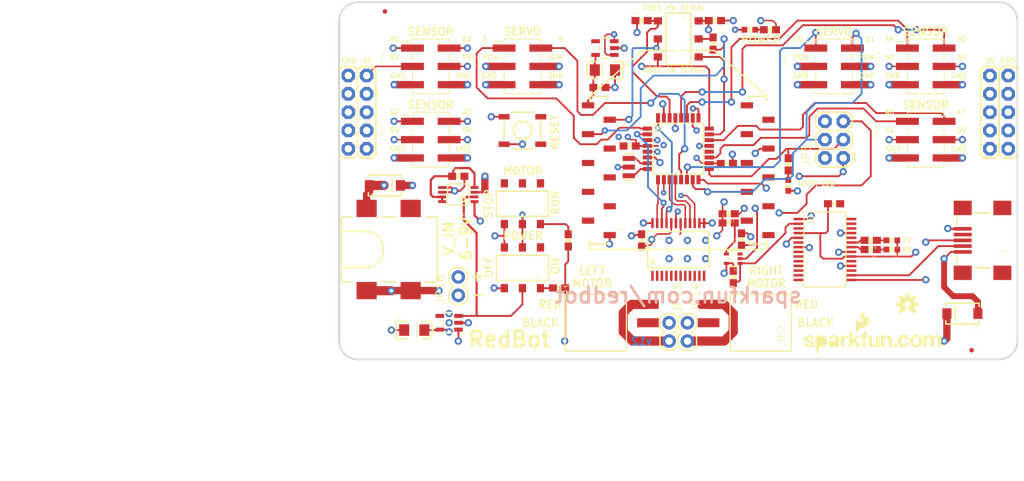
<source format=kicad_pcb>
(kicad_pcb (version 20211014) (generator pcbnew)
  (layers (0 "F.Cu" signal) (1 "In1.Cu" signal) (2 "In2.Cu" signal) (31 "B.Cu" signal) (34 "B.Paste" user) (35 "F.Paste" user) (36 "B.SilkS" user "B.Silkscreen") (37 "F.SilkS" user "F.Silkscreen") (38 "B.Mask" user) (39 "F.Mask" user) (44 "Edge.Cuts" user))
  (net 0 "")
  (net 1 "GND")
  (net 2 "SENSOR_0/SW_TXO")
  (net 3 "SENSOR_1/SW_RXI")
  (net 4 "SENSOR_2")
  (net 5 "SENSOR_3")
  (net 6 "SENSOR_4")
  (net 7 "SENSOR_5")
  (net 8 "SENSOR_6")
  (net 9 "SENSOR_7")
  (net 10 "SERVO_1")
  (net 11 "PWML")
  (net 12 "PWMR")
  (net 13 "SERVO_2")
  (net 14 "SERVO_3")
  (net 15 "SERVO_4/MOSI")
  (net 16 "MISO")
  (net 17 "SCK")
  (net 18 "N$26")
  (net 19 "N$27")
  (net 20 "FT232_TXO")
  (net 21 "FT232_RXI")
  (net 22 "5V")
  (net 23 "V_USB")
  (net 24 "PROGRAM_ENABLE")
  (net 25 "MOTOR_ENABLE")
  (net 26 "L_CTRL_2")
  (net 27 "L_CTRL_1")
  (net 28 "R_CTRL_1")
  (net 29 "R_CTRL_2")
  (net 30 "L01")
  (net 31 "L02")
  (net 32 "R02")
  (net 33 "R01")
  (net 34 "V_BATT")
  (net 35 "N$23")
  (net 36 "N$24")
  (net 37 "V_IN")
  (net 38 "RXI")
  (net 39 "TXO")
  (net 40 "XBEE_TXO")
  (net 41 "XBEE_RXI")
  (net 42 "3.3V")
  (net 43 "RESET")
  (net 44 "AREF")
  (net 45 "RXLED")
  (net 46 "TXLED")
  (net 47 "N$7")
  (net 48 "N$8")
  (net 49 "N$18")
  (net 50 "PG_EN")
  (net 51 "FTDI_DTR")
  (net 52 "XBEE_DIO3")
  (net 53 "N$5")
  (net 54 "N$1")
  (net 55 "N$6")
  (net 56 "N$2")
  (net 57 "V_GATED")
  (net 58 "N$3")
  (net 59 "N$4")
  (footprint "boardEagle:1X02" (layer "F.Cu") (at 149.7711 124.6886 -90)
    (fp_text reference "JP14")
    (fp_text value "")
  )
  (footprint "boardEagle:SOT353" (layer "F.Cu") (at 156.1211 115.7986 90)
    (fp_text reference "U6")
    (fp_text value "7408SE")
  )
  (footprint "boardEagle:1X02" (layer "F.Cu") (at 147.2311 124.6886 -90)
    (fp_text reference "JP15")
    (fp_text value "")
  )
  (footprint "boardEagle:0603-RES" (layer "F.Cu") (at 118.0211 104.3686)
    (fp_text reference "R11")
    (fp_text value "10k")
  )
  (footprint "boardEagle:0603-RES" (layer "F.Cu") (at 143.4211 82.7786)
    (fp_text reference "R2")
    (fp_text value "1k")
  )
  (footprint "boardEagle:0603-RES" (layer "F.Cu") (at 157.2641 113.1316 90)
    (fp_text reference "R12")
    (fp_text value "10k")
  )
  (footprint "boardEagle:SOT23-5" (layer "F.Cu") (at 138.3411 86.5886 90)
    (fp_text reference "U4")
    (fp_text value "MIC5219 3.3V")
  )
  (footprint "boardEagle:RESONATOR-SMD" (layer "F.Cu") (at 141.6431 103.0986 -90)
    (fp_text reference "Y1")
    (fp_text value "16MHz")
  )
  (footprint "boardEagle:XBEE-SMD" (layer "F.Cu") (at 148.5011 114.5286)
    (fp_text reference "MOD1")
    (fp_text value "XBEE-1B3")
  )
  (footprint "boardEagle:0603-RES" (layer "F.Cu") (at 175.1711 114.5286 180)
    (fp_text reference "R5")
    (fp_text value "1k")
  )
  (footprint "boardEagle:0603-RES" (layer "F.Cu") (at 153.5811 82.7786 180)
    (fp_text reference "R3")
    (fp_text value "1k")
  )
  (footprint "boardEagle:SFE-NEW-WEBLOGO" (layer "F.Cu") (at 165.9001 129.0066)
    (fp_text reference "SFE-LOGO1" hide)
    (fp_text value "LOGO-SFENEW" hide)
  )
  (footprint "boardEagle:SMA-DIODE" (layer "F.Cu") (at 187.8711 123.4186 180)
    (fp_text reference "D2")
    (fp_text value "")
  )
  (footprint "boardEagle:0603-RES" (layer "F.Cu") (at 175.1711 113.2586 180)
    (fp_text reference "R6")
    (fp_text value "1k")
  )
  (footprint "boardEagle:2X3_SMT_POSTS" (layer "F.Cu") (at 182.7911 89.1286 -90)
    (fp_text reference "JP12")
    (fp_text value "")
  )
  (footprint "boardEagle:MICRO-FIDUCIAL" (layer "F.Cu") (at 189.1411 128.4986)
    (fp_text reference "FID2" hide)
    (fp_text value "FIDUCIALUFIDUCIAL" hide)
  )
  (footprint "boardEagle:TQFP32-08" (layer "F.Cu") (at 148.5011 100.5586)
    (fp_text reference "U1")
    (fp_text value "ATMEGA328P")
  )
  (footprint "boardEagle:1X02" (layer "F.Cu") (at 118.0211 120.8786 90)
    (fp_text reference "JP16")
    (fp_text value "")
  )
  (footprint "boardEagle:0603-CAP" (layer "F.Cu") (at 137.5791 92.0496)
    (fp_text reference "C6")
    (fp_text value "0.1uF")
  )
  (footprint "boardEagle:CREATIVE_COMMONS" (layer "F.Cu") (at 74.8411 146.2786)
    (fp_text reference "FRAME1" hide)
    (fp_text value "FRAME-LETTER" hide)
  )
  (footprint "boardEagle:0603-CAP" (layer "F.Cu") (at 170.0911 108.1786)
    (fp_text reference "C5")
    (fp_text value "0.1uF")
  )
  (footprint "boardEagle:SOT23-5" (layer "F.Cu") (at 116.7511 124.6886 90)
    (fp_text reference "U3")
    (fp_text value "MIC5219 5V")
  )
  (footprint "boardEagle:0603-CAP" (layer "F.Cu") (at 143.4211 113.2586 90)
    (fp_text reference "C4")
    (fp_text value "0.1uF")
  )
  (footprint "boardEagle:2X5_NOSILK" (layer "F.Cu") (at 104.0511 95.4786 180)
    (fp_text reference "JP7")
    (fp_text value "M05X2NO_SILK")
  )
  (footprint "boardEagle:0603-RES" (layer "F.Cu") (at 133.2611 113.2586 -90)
    (fp_text reference "R9")
    (fp_text value "10k")
  )
  (footprint "boardEagle:LED-0603" (layer "F.Cu") (at 158.4071 84.0486 90)
    (fp_text reference "D6")
    (fp_text value "GREEN")
  )
  (footprint "boardEagle:AYZ0202" (layer "F.Cu") (at 148.5011 85.3186 -90)
    (fp_text reference "S3")
    (fp_text value "DPDT")
  )
  (footprint "boardEagle:0603-RES" (layer "F.Cu") (at 153.3271 85.9536 90)
    (fp_text reference "R4")
    (fp_text value "1k")
  )
  (footprint "boardEagle:SMA-DIODE" (layer "F.Cu") (at 107.8611 105.6386)
    (fp_text reference "D1")
    (fp_text value "")
  )
  (footprint "boardEagle:POWER_JACK_SMD" (layer "F.Cu") (at 105.3211 114.5286)
    (fp_text reference "JP3" hide)
    (fp_text value "5.5x2.1mm Barrel" hide)
  )
  (footprint "boardEagle:TACTILE_SWITCH_SMD" (layer "F.Cu") (at 126.9111 98.0186)
    (fp_text reference "S4")
    (fp_text value "")
  )
  (footprint "boardEagle:LED-0603" (layer "F.Cu") (at 163.7411 105.6386 180)
    (fp_text reference "D4")
    (fp_text value "GREEN")
  )
  (footprint "boardEagle:2X3_SMT_POSTS" (layer "F.Cu") (at 170.0911 89.1286 -90)
    (fp_text reference "JP9")
    (fp_text value "")
  )
  (footprint "boardEagle:2X3" (layer "F.Cu") (at 171.3611 101.8286 90)
    (fp_text reference "JP5")
    (fp_text value "AVR_SPI_PRG_6PTH")
  )
  (footprint "boardEagle:LED-0603" (layer "F.Cu") (at 178.0921 114.5286 90)
    (fp_text reference "D3")
    (fp_text value "GREEN")
  )
  (footprint "boardEagle:AYZ0202" (layer "F.Cu") (at 126.9111 117.0686 180)
    (fp_text reference "S1")
    (fp_text value "DPDT")
  )
  (footprint "boardEagle:0603-RES" (layer "F.Cu") (at 163.7411 102.7176 90)
    (fp_text reference "R7")
    (fp_text value "1k")
  )
  (footprint "boardEagle:LED-0603" (layer "F.Cu") (at 178.0921 113.2586 90)
    (fp_text reference "D5")
    (fp_text value "GREEN")
  )
  (footprint "boardEagle:FOUR_LAYER_WARNING" (layer "F.Cu") (at 101.5111 132.3086)
    (fp_text reference "U$21" hide)
    (fp_text value "FOUR_LAYER_WARNING" hide)
  )
  (footprint "boardEagle:0603-CAP" (layer "F.Cu") (at 155.4861 110.8456)
    (fp_text reference "C7")
    (fp_text value "0.1uF")
  )
  (footprint "boardEagle:2X3_SMT_POSTS" (layer "F.Cu") (at 114.2111 99.2886 -90)
    (fp_text reference "JP11")
    (fp_text value "")
  )
  (footprint "boardEagle:2X3_SMT_POSTS" (layer "F.Cu") (at 114.2111 89.1286 -90)
    (fp_text reference "JP10")
    (fp_text value "")
  )
  (footprint "boardEagle:MSOP8" (layer "F.Cu") (at 118.0211 106.9086 90)
    (fp_text reference "Q1")
    (fp_text value "")
  )
  (footprint "boardEagle:SSOP28DB" (layer "F.Cu") (at 168.8211 114.5286 -90)
    (fp_text reference "U5")
    (fp_text value "FT232RLSSOP")
  )
  (footprint "boardEagle:STAND-OFF" (layer "F.Cu") (at 104.0511 127.2286)
    (fp_text reference "STANDOFF3" hide)
    (fp_text value "STAND-OFF" hide)
  )
  (footprint "boardEagle:1X03_SMD_RA_FEMALE" (layer "F.Cu") (at 137.0711 124.6886 -90)
    (fp_text reference "JP1")
    (fp_text value "1x3 RA Female .1\"")
  )
  (footprint "boardEagle:AYZ0202" (layer "F.Cu") (at 126.9111 108.1786 180)
    (fp_text reference "S2")
    (fp_text value "DPDT")
  )
  (footprint "boardEagle:STAND-OFF" (layer "F.Cu") (at 104.5011 82.7786)
    (fp_text reference "STANDOFF2" hide)
    (fp_text value "STAND-OFF" hide)
  )
  (footprint "boardEagle:1X03_SMD_RA_FEMALE" (layer "F.Cu") (at 159.9311 124.6886 90)
    (fp_text reference "JP2")
    (fp_text value "1x3 RA Female .1\"")
  )
  (footprint "boardEagle:0603-CAP" (layer "F.Cu") (at 155.2321 102.5906)
    (fp_text reference "C3")
    (fp_text value "0.1uF")
  )
  (footprint "boardEagle:STAND-OFF" (layer "F.Cu") (at 192.9511 82.7786)
    (fp_text reference "STANDOFF4" hide)
    (fp_text value "STAND-OFF" hide)
  )
  (footprint "boardEagle:0603-CAP" (layer "F.Cu") (at 141.7701 100.1776 180)
    (fp_text reference "C2")
    (fp_text value "0.1uF")
  )
  (footprint "boardEagle:MICRO-FIDUCIAL" (layer "F.Cu") (at 107.8611 81.5086)
    (fp_text reference "FID1" hide)
    (fp_text value "FIDUCIALUFIDUCIAL" hide)
  )
  (footprint "boardEagle:0603-RES" (layer "F.Cu") (at 155.4861 109.5756 180)
    (fp_text reference "R1")
    (fp_text value "10k")
  )
  (footprint "boardEagle:2X3_SMT_POSTS" (layer "F.Cu") (at 126.9111 89.1286 -90)
    (fp_text reference "JP8")
    (fp_text value "")
  )
  (footprint "boardEagle:2X3_SMT_POSTS" (layer "F.Cu") (at 182.7911 99.2886 -90)
    (fp_text reference "JP13")
    (fp_text value "")
  )
  (footprint "boardEagle:2X5_NOSILK" (layer "F.Cu") (at 192.9511 95.4786)
    (fp_text reference "JP6")
    (fp_text value "M05X2NO_SILK")
  )
  (footprint "boardEagle:STAND-OFF" (layer "F.Cu") (at 192.9511 127.2286)
    (fp_text reference "STANDOFF1" hide)
    (fp_text value "STAND-OFF" hide)
  )
  (footprint "boardEagle:USB-MINIB" (layer "F.Cu") (at 190.4111 113.2586 180)
    (fp_text reference "JP4")
    (fp_text value "USB-B")
  )
  (footprint "boardEagle:EIA3216" (layer "F.Cu") (at 111.9251 125.7046)
    (fp_text reference "C9")
    (fp_text value "10uF")
  )
  (footprint "boardEagle:0603-RES" (layer "F.Cu") (at 156.1211 118.3386 90)
    (fp_text reference "R13")
    (fp_text value "10k")
  )
  (footprint "boardEagle:SSOP24" (layer "F.Cu") (at 148.5011 114.5286)
    (fp_text reference "U2")
    (fp_text value "TB6612FNG")
  )
  (footprint "boardEagle:0603-RES" (layer "F.Cu") (at 161.2011 84.0486)
    (fp_text reference "R8")
    (fp_text value "1k")
  )
  (footprint "boardEagle:EIA3216" (layer "F.Cu") (at 138.3411 89.6366 180)
    (fp_text reference "C8")
    (fp_text value "10uF")
  )
  (footprint "boardEagle:OSHW-LOGO-S" (layer "F.Cu") (at 180.2511 122.1486)
    (fp_text reference "U$17" hide)
    (fp_text value "OSHW-LOGOS" hide)
  )
  (footprint "boardEagle:0603-RES" (layer "F.Cu") (at 131.9911 119.8626)
    (fp_text reference "R10")
    (fp_text value "10k")
  )
  (gr_line (start 106.5911 101.3206) (end 106.0831 101.8286) (layer "F.SilkS") (width 0.254))
  (gr_line (start 192.9511 89.6366) (end 193.4591 89.1286) (layer "F.SilkS") (width 0.254))
  (gr_line (start 190.4111 101.3206) (end 190.9191 101.8286) (layer "F.SilkS") (width 0.254))
  (gr_line (start 104.0511 89.6366) (end 103.5431 89.1286) (layer "F.SilkS") (width 0.254))
  (gr_line (start 192.9511 101.3206) (end 192.9511 89.6366) (layer "F.SilkS") (width 0.254))
  (gr_line (start 101.5111 89.6366) (end 101.5111 101.3206) (layer "F.SilkS") (width 0.254))
  (gr_line (start 194.9831 101.8286) (end 193.4591 101.8286) (layer "F.SilkS") (width 0.254))
  (gr_line (start 194.9831 89.1286) (end 195.4911 89.6366) (layer "F.SilkS") (width 0.254))
  (gr_line (start 193.4591 101.8286) (end 192.9511 101.3206) (layer "F.SilkS") (width 0.254))
  (gr_line (start 104.5591 101.8286) (end 104.0511 101.3206) (layer "F.SilkS") (width 0.254))
  (gr_line (start 104.5591 89.1286) (end 106.0831 89.1286) (layer "F.SilkS") (width 0.254))
  (gr_line (start 104.0511 89.6366) (end 104.5591 89.1286) (layer "F.SilkS") (width 0.254))
  (gr_line (start 104.0511 101.3206) (end 104.0511 89.6366) (layer "F.SilkS") (width 0.254))
  (gr_line (start 195.4911 101.3206) (end 194.9831 101.8286) (layer "F.SilkS") (width 0.254))
  (gr_line (start 106.5911 89.6366) (end 106.5911 101.3206) (layer "F.SilkS") (width 0.254))
  (gr_line (start 192.4431 101.8286) (end 192.9511 101.3206) (layer "F.SilkS") (width 0.254))
  (gr_line (start 103.5431 89.1286) (end 102.0191 89.1286) (layer "F.SilkS") (width 0.254))
  (gr_line (start 103.5431 101.8286) (end 104.0511 101.3206) (layer "F.SilkS") (width 0.254))
  (gr_line (start 102.0191 101.8286) (end 103.5431 101.8286) (layer "F.SilkS") (width 0.254))
  (gr_line (start 195.4911 89.6366) (end 195.4911 101.3206) (layer "F.SilkS") (width 0.254))
  (gr_line (start 192.9511 89.6366) (end 192.4431 89.1286) (layer "F.SilkS") (width 0.254))
  (gr_line (start 192.4431 89.1286) (end 190.9191 89.1286) (layer "F.SilkS") (width 0.254))
  (gr_line (start 102.0191 89.1286) (end 101.5111 89.6366) (layer "F.SilkS") (width 0.254))
  (gr_line (start 101.5111 101.3206) (end 102.0191 101.8286) (layer "F.SilkS") (width 0.254))
  (gr_line (start 190.4111 89.6366) (end 190.4111 101.3206) (layer "F.SilkS") (width 0.254))
  (gr_line (start 190.9191 101.8286) (end 192.4431 101.8286) (layer "F.SilkS") (width 0.254))
  (gr_line (start 106.0831 101.8286) (end 104.5591 101.8286) (layer "F.SilkS") (width 0.254))
  (gr_line (start 106.0831 89.1286) (end 106.5911 89.6366) (layer "F.SilkS") (width 0.254))
  (gr_line (start 190.9191 89.1286) (end 190.4111 89.6366) (layer "F.SilkS") (width 0.254))
  (gr_line (start 193.4591 89.1286) (end 194.9831 89.1286) (layer "F.SilkS") (width 0.254))
  (gr_line (start 101.5111 82.7786) (end 101.5111 127.2286) (layer "Edge.Cuts") (width 0.254))
  (gr_line (start 192.9511 80.2386) (end 104.0511 80.2386) (layer "Edge.Cuts") (width 0.254))
  (gr_arc (start 101.5111 82.7786) (mid 102.255049 80.982549) (end 104.0511 80.2386) (layer "Edge.Cuts") (width 0.254))
  (gr_line (start 104.0511 129.7686) (end 192.9511 129.7686) (layer "Edge.Cuts") (width 0.254))
  (gr_line (start 195.4911 127.2286) (end 195.4911 82.7786) (layer "Edge.Cuts") (width 0.254))
  (gr_arc (start 192.9511 80.2386) (mid 194.747151 80.982549) (end 195.4911 82.7786) (layer "Edge.Cuts") (width 0.254))
  (gr_arc (start 195.4911 127.2286) (mid 194.747151 129.024651) (end 192.9511 129.7686) (layer "Edge.Cuts") (width 0.254))
  (gr_arc (start 104.0511 129.7686) (mid 102.255049 129.024651) (end 101.5111 127.2286) (layer "Edge.Cuts") (width 0.254))
  (gr_text "v12" (at 143.4211 127.2286) (layer "B.Cu") (effects (font (size 1.0795 1.0795) (thickness 0.1905)) (justify mirror)))
  (gr_text "sparkfun.com/redbot" (at 148.5011 122.1486) (layer "B.SilkS") (effects (font (size 2.159 2.159) (thickness 0.381)) (justify bottom mirror)))
  (gr_text "SENSOR" (at 182.7911 95.0976) (layer "F.SilkS") (effects (font (size 1.0795 1.0795) (thickness 0.1905)) (justify bottom)))
  (gr_text "A1" (at 119.9261 85.3186) (layer "F.SilkS") (effects (font (size 0.69088 0.69088) (thickness 0.12192)) (justify right)))
  (gr_text "A7" (at 188.3791 95.4786) (layer "F.SilkS") (effects (font (size 0.69088 0.69088) (thickness 0.12192)) (justify right)))
  (gr_text "GND" (at 132.6261 90.3986) (layer "F.SilkS") (effects (font (size 0.69088 0.69088) (thickness 0.12192)) (justify right)))
  (gr_text "9" (at 132.6261 85.3186) (layer "F.SilkS") (effects (font (size 0.69088 0.69088) (thickness 0.12192)) (justify right)))
  (gr_text "GND" (at 188.5061 90.3986) (layer "F.SilkS") (effects (font (size 0.69088 0.69088) (thickness 0.12192)) (justify right)))
  (gr_text "GND" (at 108.4961 100.5586) (layer "F.SilkS") (effects (font (size 0.69088 0.69088) (thickness 0.12192)) (justify left)))
  (gr_text "USER LED" (at 167.6781 105.3846) (layer "F.SilkS") (effects (font (size 0.69088 0.69088) (thickness 0.12192))))
  (gr_text "POW" (at 175.8061 87.8586) (layer "F.SilkS") (effects (font (size 0.69088 0.69088) (thickness 0.12192)) (justify right)))
  (gr_text "GND" (at 175.8061 90.3986) (layer "F.SilkS") (effects (font (size 0.69088 0.69088) (thickness 0.12192)) (justify right)))
  (gr_text "XBEE HW SERIAL" (at 143.5481 81.3816) (layer "F.SilkS") (effects (font (size 0.69088 0.69088) (thickness 0.12192)) (justify left bottom)))
  (gr_text "GND" (at 193.0781 88.7476) (layer "F.SilkS") (effects (font (size 0.69088 0.69088) (thickness 0.12192)) (justify left bottom)))
  (gr_text "RX" (at 180.2511 114.5286) (layer "F.SilkS") (effects (font (size 0.69088 0.69088) (thickness 0.12192))))
  (gr_text "A2" (at 108.4961 95.4786) (layer "F.SilkS") (effects (font (size 0.69088 0.69088) (thickness 0.12192)) (justify left)))
  (gr_text "-" (at 119.6721 121.6406) (layer "F.SilkS") (effects (font (size 1.5113 1.5113) (thickness 0.2667)) (justify left bottom)))
  (gr_text "SENSOR" (at 114.2111 84.9376) (layer "F.SilkS") (effects (font (size 1.0795 1.0795) (thickness 0.1905)) (justify bottom)))
  (gr_text "MOTOR" (at 124.1171 104.2416) (layer "F.SilkS") (effects (font (size 1.0795 1.0795) (thickness 0.1905)) (justify left bottom)))
  (gr_text "OFF" (at 122.8471 118.5926 90) (layer "F.SilkS") (effects (font (size 1.0795 1.0795) (thickness 0.1905)) (justify left bottom)))
  (gr_text "POW" (at 132.6261 87.8586) (layer "F.SilkS") (effects (font (size 0.69088 0.69088) (thickness 0.12192)) (justify right)))
  (gr_text "RUN" (at 132.1181 109.8296 90) (layer "F.SilkS") (effects (font (size 1.0795 1.0795) (thickness 0.1905)) (justify left bottom)))
  (gr_text "POWER" (at 159.9311 85.4456) (layer "F.SilkS") (effects (font (size 1.0795 1.0795) (thickness 0.1905))))
  (gr_text "GND" (at 119.7991 100.5586) (layer "F.SilkS") (effects (font (size 0.69088 0.69088) (thickness 0.12192)) (justify right)))
  (gr_text "BLACK" (at 129.4511 124.6886) (layer "F.SilkS") (effects (font (size 1.0795 1.0795) (thickness 0.1905))))
  (gr_text "5V" (at 177.0761 87.8586) (layer "F.SilkS") (effects (font (size 0.69088 0.69088) (thickness 0.12192)) (justify left)))
  (gr_text "POW" (at 164.3761 87.8586) (layer "F.SilkS") (effects (font (size 0.69088 0.69088) (thickness 0.12192)) (justify left)))
  (gr_text "GND" (at 119.9261 90.3986) (layer "F.SilkS") (effects (font (size 0.69088 0.69088) (thickness 0.12192)) (justify right)))
  (gr_text "STOP" (at 122.8471 110.3376 90) (layer "F.SilkS") (effects (font (size 1.0795 1.0795) (thickness 0.1905)) (justify left bottom)))
  (gr_text "RED" (at 166.2811 122.1486) (layer "F.SilkS") (effects (font (size 1.0795 1.0795) (thickness 0.1905))))
  (gr_text "GND" (at 164.3761 90.3986) (layer "F.SilkS") (effects (font (size 0.69088 0.69088) (thickness 0.12192)) (justify left)))
  (gr_text "TX" (at 180.2511 113.2586) (layer "F.SilkS") (effects (font (size 0.69088 0.69088) (thickness 0.12192))))
  (gr_text "GND" (at 177.0761 90.3986) (layer "F.SilkS") (effects (font (size 0.69088 0.69088) (thickness 0.12192)) (justify left)))
  (gr_text "SENSOR" (at 114.2111 95.0976) (layer "F.SilkS") (effects (font (size 1.0795 1.0795) (thickness 0.1905)) (justify bottom)))
  (gr_text "GND" (at 101.7651 88.7476) (layer "F.SilkS") (effects (font (size 0.69088 0.69088) (thickness 0.12192)) (justify left bottom)))
  (gr_text "ON" (at 132.1181 118.0846 90) (layer "F.SilkS") (effects (font (size 1.0795 1.0795) (thickness 0.1905)) (justify left bottom)))
  (gr_text "GND" (at 177.2031 100.5586) (layer "F.SilkS") (effects (font (size 0.69088 0.69088) (thickness 0.12192)) (justify left)))
  (gr_text "5V" (at 188.5061 87.8586) (layer "F.SilkS") (effects (font (size 0.69088 0.69088) (thickness 0.12192)) (justify right)))
  (gr_text "RESET" (at 131.9911 100.8126 90) (layer "F.SilkS") (effects (font (size 1.0795 1.0795) (thickness 0.1905)) (justify left bottom)))
  (gr_text "POWER" (at 124.1171 113.2586) (layer "F.SilkS") (effects (font (size 1.0795 1.0795) (thickness 0.1905)) (justify left bottom)))
  (gr_text "5V" (at 119.9261 98.0186) (layer "F.SilkS") (effects (font (size 0.69088 0.69088) (thickness 0.12192)) (justify right)))
  (gr_text "A3" (at 119.9261 95.4786) (layer "F.SilkS") (effects (font (size 0.69088 0.69088) (thickness 0.12192)) (justify right)))
  (gr_text "5V" (at 108.4961 87.8586) (layer "F.SilkS") (effects (font (size 0.69088 0.69088) (thickness 0.12192)) (justify left)))
  (gr_text "5V" (at 191.0461 88.7476) (layer "F.SilkS") (effects (font (size 0.69088 0.69088) (thickness 0.12192)) (justify left bottom)))
  (gr_text "BLACK" (at 167.5511 124.6886) (layer "F.SilkS") (effects (font (size 1.0795 1.0795) (thickness 0.1905))))
  (gr_text "RIGHT\nMOTOR" (at 160.6931 118.3386) (layer "F.SilkS") (effects (font (size 1.0795 1.0795) (thickness 0.1905))))
  (gr_text "GND" (at 121.1961 90.3986) (layer "F.SilkS") (effects (font (size 0.69088 0.69088) (thickness 0.12192)) (justify left)))
  (gr_text "A6" (at 177.0761 95.4786) (layer "F.SilkS") (effects (font (size 0.69088 0.69088) (thickness 0.12192)) (justify left)))
  (gr_text "POW" (at 121.3231 87.8586) (layer "F.SilkS") (effects (font (size 0.69088 0.69088) (thickness 0.12192)) (justify left)))
  (gr_text "3" (at 121.1961 85.3186) (layer "F.SilkS") (effects (font (size 0.69088 0.69088) (thickness 0.12192)) (justify left)))
  (gr_text "10" (at 164.3761 85.3186) (layer "F.SilkS") (effects (font (size 0.69088 0.69088) (thickness 0.12192)) (justify left)))
  (gr_text "5V" (at 119.9261 87.8586) (layer "F.SilkS") (effects (font (size 0.69088 0.69088) (thickness 0.12192)) (justify right)))
  (gr_text "A0" (at 108.4961 85.3186) (layer "F.SilkS") (effects (font (size 0.69088 0.69088) (thickness 0.12192)) (justify left)))
  (gr_text "XBEE SW SERIAL" (at 143.5481 90.0176) (layer "F.SilkS") (effects (font (size 0.69088 0.69088) (thickness 0.12192)) (justify left bottom)))
  (gr_text "GND" (at 188.5061 100.5586) (layer "F.SilkS") (effects (font (size 0.69088 0.69088) (thickness 0.12192)) (justify right)))
  (gr_text "5V" (at 108.4961 98.0186) (layer "F.SilkS") (effects (font (size 0.69088 0.69088) (thickness 0.12192)) (justify left)))
  (gr_text "5V" (at 188.5061 98.0186) (layer "F.SilkS") (effects (font (size 0.69088 0.69088) (thickness 0.12192)) (justify right)))
  (gr_text "11" (at 175.8061 85.3186) (layer "F.SilkS") (effects (font (size 0.69088 0.69088) (thickness 0.12192)) (justify right)))
  (gr_text "+" (at 119.5451 119.1006) (layer "F.SilkS") (effects (font (size 1.5113 1.5113) (thickness 0.2667)) (justify left bottom)))
  (gr_text "LEFT\nMOTOR" (at 136.5631 118.3386) (layer "F.SilkS") (effects (font (size 1.0795 1.0795) (thickness 0.1905))))
  (gr_text "RedBot" (at 119.1641 128.2446) (layer "F.SilkS") (effects (font (size 2.159 2.159) (thickness 0.381)) (justify left bottom)))
  (gr_text "RED" (at 130.7211 122.1486) (layer "F.SilkS") (effects (font (size 1.0795 1.0795) (thickness 0.1905))))
  (gr_text "5V" (at 177.0761 98.0186) (layer "F.SilkS") (effects (font (size 0.69088 0.69088) (thickness 0.12192)) (justify left)))
  (gr_text "GND" (at 108.4961 90.3986) (layer "F.SilkS") (effects (font (size 0.69088 0.69088) (thickness 0.12192)) (justify left)))
  (gr_text "V_IN\n6-9V" (at 117.8941 113.0046 90) (layer "F.SilkS") (effects (font (size 1.5113 1.5113) (thickness 0.2667))))
  (gr_text "SERVO" (at 170.0911 84.9376) (layer "F.SilkS") (effects (font (size 1.0795 1.0795) (thickness 0.1905)) (justify bottom)))
  (gr_text "A4" (at 177.0761 85.3186) (layer "F.SilkS") (effects (font (size 0.69088 0.69088) (thickness 0.12192)) (justify left)))
  (gr_text "SENSOR" (at 182.7911 84.9376) (layer "F.SilkS") (effects (font (size 1.0795 1.0795) (thickness 0.1905)) (justify bottom)))
  (gr_text "5V" (at 104.6861 88.7476) (layer "F.SilkS") (effects (font (size 0.69088 0.69088) (thickness 0.12192)) (justify left bottom)))
  (gr_text "A5" (at 188.5061 85.3186) (layer "F.SilkS") (effects (font (size 0.69088 0.69088) (thickness 0.12192)) (justify right)))
  (gr_text "SERVO" (at 126.9111 84.9376) (layer "F.SilkS") (effects (font (size 1.0795 1.0795) (thickness 0.1905)) (justify bottom)))
  (segment (start 143.4211 112.4086) (end 142.0241 112.6236) (width 0.254) (layer "F.Cu") (net 1))
  (segment (start 139.7411 89.6366) (end 139.7411 92.0466) (width 0.254) (layer "F.Cu") (net 1))
  (segment (start 180.2511 91.6686) (end 177.7111 91.6686) (width 1.016) (layer "F.Cu") (net 1))
  (segment (start 120.2711 107.8836) (end 120.2711 109.7936) (width 0.3048) (layer "F.Cu") (net 1))
  (segment (start 185.3311 101.8286) (end 187.8711 101.8286) (width 1.016) (layer "F.Cu") (net 1))
  (segment (start 124.4111 119.8936) (end 123.1321 119.8936) (width 0.254) (layer "F.Cu") (net 1))
  (segment (start 139.0011 113.4876) (end 138.9761 113.7666) (width 0.254) (layer "F.Cu") (net 1))
  (segment (start 148.8261 112.2986) (end 148.7551 112.3696) (width 0.254) (layer "F.Cu") (net 1))
  (segment (start 111.4211 120.2286) (end 108.7651 120.2286) (width 1.016) (layer "F.Cu") (net 1))
  (segment (start 123.1321 119.8936) (end 122.9741 119.8626) (width 0.254) (layer "F.Cu") (net 1))
  (segment (start 172.4771 116.8036) (end 170.9911 116.8036) (width 0.254) (layer "F.Cu") (net 1))
  (segment (start 139.6412 86.5886) (end 141.0081 86.5886) (width 0.254) (layer "F.Cu") (net 1))
  (segment (start 124.2841 112.6236) (end 124.4111 112.4966) (width 0.254) (layer "F.Cu") (net 1))
  (segment (start 108.7651 120.2286) (end 108.7501 120.2436) (width 1.016) (layer "F.Cu") (net 1))
  (segment (start 138.4291 92.0496) (end 139.7381 92.0496) (width 0.254) (layer "F.Cu") (net 1))
  (segment (start 156.0821 102.5906) (end 155.9941 101.3206) (width 0.254) (layer "F.Cu") (net 1))
  (segment (start 170.9911 116.8036) (end 170.9801 116.8146) (width 0.254) (layer "F.Cu") (net 1))
  (segment (start 108.7501 120.2436) (end 105.3361 120.2436) (width 1.27) (layer "F.Cu") (net 1))
  (segment (start 141.6431 103.0986) (end 140.1191 103.0986) (width 0.254) (layer "F.Cu") (net 1))
  (segment (start 187.9111 111.6586) (end 185.8901 111.6586) (width 0.3048) (layer "F.Cu") (net 1))
  (segment (start 118.0512 124.6886) (end 119.4181 124.6886) (width 0.3048) (layer "F.Cu") (net 1))
  (segment (start 111.4211 120.2286) (end 114.0691 120.2286) (width 1.016) (layer "F.Cu") (net 1))
  (segment (start 116.7511 101.8286) (end 119.2911 101.8286) (width 1.016) (layer "F.Cu") (net 1))
  (segment (start 164.9991 106.3886) (end 165.0111 106.4006) (width 0.254) (layer "F.Cu") (net 1))
  (segment (start 116.7511 91.6686) (end 119.2911 91.6686) (width 1.016) (layer "F.Cu") (net 1))
  (segment (start 139.0011 112.5286) (end 139.0011 113.4876) (width 0.254) (layer "F.Cu") (net 1))
  (segment (start 171.0361 114.8536) (end 170.7261 114.9096) (width 0.254) (layer "F.Cu") (net 1))
  (segment (start 111.6711 101.8286) (end 109.1311 101.8286) (width 1.016) (layer "F.Cu") (net 1))
  (segment (start 105.3361 120.2436) (end 105.3211 120.2286) (width 1.27) (layer "F.Cu") (net 1))
  (segment (start 157.6571 84.0486) (end 156.3751 84.0486) (width 0.254) (layer "F.Cu") (net 1))
  (segment (start 170.9911 112.2536) (end 170.9801 112.2426) (width 0.254) (layer "F.Cu") (net 1))
  (segment (start 172.6311 91.6686) (end 175.1711 91.6686) (width 1.016) (layer "F.Cu") (net 1))
  (segment (start 139.7411 92.0466) (end 139.7381 92.0496) (width 0.254) (layer "F.Cu") (net 1))
  (segment (start 110.5251 125.7046) (end 108.7501 125.7046) (width 0.254) (layer "F.Cu") (net 1))
  (segment (start 166.4641 114.2036) (end 166.6621 114.2746) (width 0.254) (layer "F.Cu") (net 1))
  (segment (start 152.7937 100.1586) (end 151.4711 100.1586) (width 0.254) (layer "F.Cu") (net 1))
  (segment (start 114.0691 120.2286) (end 115.3541 120.2436) (width 1.016) (layer "F.Cu") (net 1))
  (segment (start 120.2711 109.7936) (end 121.0691 110.5916) (width 0.3048) (layer "F.Cu") (net 1))
  (segment (start 138.2291 91.7806) (end 138.3411 91.6686) (width 0.254) (layer "F.Cu") (net 1))
  (segment (start 124.3711 96.1136) (end 122.5931 96.1136) (width 0.254) (layer "F.Cu") (net 1))
  (segment (start 111.6711 91.6686) (end 109.1311 91.6686) (width 1.016) (layer "F.Cu") (net 1))
  (segment (start 138.4291 92.0496) (end 138.2291 91.7806) (width 0.254) (layer "F.Cu") (net 1))
  (segment (start 123.1011 112.6236) (end 124.2841 112.6236) (width 0.254) (layer "F.Cu") (net 1))
  (segment (start 124.4111 112.4966) (end 124.4111 111.0036) (width 0.254) (layer "F.Cu") (net 1))
  (segment (start 145.6011 100.9586) (end 145.6111 100.9686) (width 0.254) (layer "F.Cu") (net 1))
  (segment (start 148.8261 110.8726) (end 148.8261 112.2986) (width 0.254) (layer "F.Cu") (net 1))
  (segment (start 163.7411 106.3886) (end 164.9991 106.3886) (width 0.254) (layer "F.Cu") (net 1))
  (segment (start 145.6011 99.3586) (end 145.6111 99.3686) (width 0.254) (layer "F.Cu") (net 1))
  (segment (start 185.3311 91.6686) (end 187.8711 91.6686) (width 1.016) (layer "F.Cu") (net 1))
  (segment (start 144.2085 100.9586) (end 145.6011 100.9586) (width 0.254) (layer "F.Cu") (net 1))
  (segment (start 124.4111 114.2436) (end 124.4111 112.4966) (width 0.254) (layer "F.Cu") (net 1))
  (segment (start 124.3711 91.6686) (end 121.8311 91.6686) (width 1.016) (layer "F.Cu") (net 1))
  (segment (start 185.8901 111.6586) (end 185.8391 111.6076) (width 0.3048) (layer "F.Cu") (net 1))
  (segment (start 172.4771 112.2536) (end 170.9911 112.2536) (width 0.254) (layer "F.Cu") (net 1))
  (segment (start 165.1651 114.2036) (end 166.4641 114.2036) (width 0.254) (layer "F.Cu") (net 1))
  (segment (start 180.2511 101.8286) (end 177.7111 101.8286) (width 1.016) (layer "F.Cu") (net 1))
  (segment (start 144.2085 99.3586) (end 145.6011 99.3586) (width 0.254) (layer "F.Cu") (net 1))
  (segment (start 172.4771 114.8536) (end 171.0361 114.8536) (width 0.254) (layer "F.Cu") (net 1))
  (segment (start 151.4711 100.1586) (end 151.4111 100.1686) (width 0.254) (layer "F.Cu") (net 1))
  (segment (start 129.4511 91.6686) (end 131.9911 91.6686) (width 1.016) (layer "F.Cu") (net 1))
  (segment (start 167.5511 91.6686) (end 165.0111 91.6686) (width 1.016) (layer "F.Cu") (net 1))
  (via (at 149.7711 113.2586) (size 1.016) (drill 0.508) (layers "F.Cu" "B.Cu") (net 1))
  (via (at 152.3111 113.2586) (size 1.016) (drill 0.508) (layers "F.Cu" "B.Cu") (net 1))
  (via (at 165.0111 106.4006) (size 1.016) (drill 0.508) (layers "F.Cu" "B.Cu") (net 1))
  (via (at 185.8391 111.6076) (size 1.016) (drill 0.508) (layers "F.Cu" "B.Cu") (net 1))
  (via (at 141.0081 86.5886) (size 1.016) (drill 0.508) (layers "F.Cu" "B.Cu") (net 1))
  (via (at 170.9801 112.2426) (size 1.016) (drill 0.508) (layers "F.Cu" "B.Cu") (net 1))
  (via (at 177.7111 101.8286) (size 1.016) (drill 0.508) (layers "F.Cu" "B.Cu") (net 1))
  (via (at 170.9801 116.8146) (size 1.016) (drill 0.508) (layers "F.Cu" "B.Cu") (net 1))
  (via (at 140.2461 98.9076) (size 0.889) (drill 0.381) (layers "F.Cu" "B.Cu") (net 1))
  (via (at 156.3751 84.0486) (size 0.889) (drill 0.381) (layers "F.Cu" "B.Cu") (net 1))
  (via (at 140.1191 103.0986) (size 0.889) (drill 0.381) (layers "F.Cu" "B.Cu") (net 1))
  (via (at 152.3111 115.7986) (size 1.016) (drill 0.508) (layers "F.Cu" "B.Cu") (net 1))
  (via (at 145.6111 99.3686) (size 0.889) (drill 0.381) (layers "F.Cu" "B.Cu") (net 1))
  (via (at 119.2911 91.6686) (size 1.016) (drill 0.508) (layers "F.Cu" "B.Cu") (net 1))
  (via (at 122.5931 96.1136) (size 1.016) (drill 0.508) (layers "F.Cu" "B.Cu") (net 1))
  (via (at 165.0111 91.6686) (size 1.016) (drill 0.508) (layers "F.Cu" "B.Cu") (net 1))
  (via (at 109.1311 101.8286) (size 1.016) (drill 0.508) (layers "F.Cu" "B.Cu") (net 1))
  (via (at 147.2311 115.7986) (size 1.016) (drill 0.508) (layers "F.Cu" "B.Cu") (net 1))
  (via (at 139.7381 92.0496) (size 1.016) (drill 0.508) (layers "F.Cu" "B.Cu") (net 1))
  (via (at 108.7501 125.7046) (size 1.016) (drill 0.508) (layers "F.Cu" "B.Cu") (net 1))
  (via (at 187.8711 91.6686) (size 1.016) (drill 0.508) (layers "F.Cu" "B.Cu") (net 1))
  (via (at 119.4181 124.6886) (size 1.016) (drill 0.508) (layers "F.Cu" "B.Cu") (net 1))
  (via (at 187.8711 101.8286) (size 1.016) (drill 0.508) (layers "F.Cu" "B.Cu") (net 1))
  (via (at 166.6621 114.2746) (size 1.016) (drill 0.508) (layers "F.Cu" "B.Cu") (net 1))
  (via (at 170.7261 114.9096) (size 1.016) (drill 0.508) (layers "F.Cu" "B.Cu") (net 1))
  (via (at 155.9941 101.3206) (size 1.016) (drill 0.508) (layers "F.Cu" "B.Cu") (net 1))
  (via (at 108.7501 120.2436) (size 1.016) (drill 0.508) (layers "F.Cu" "B.Cu") (net 1))
  (via (at 122.9741 119.8626) (size 1.016) (drill 0.508) (layers "F.Cu" "B.Cu") (net 1))
  (via (at 142.0241 112.6236) (size 1.016) (drill 0.508) (layers "F.Cu" "B.Cu") (net 1))
  (via (at 147.2311 113.2586) (size 1.016) (drill 0.508) (layers "F.Cu" "B.Cu") (net 1))
  (via (at 123.1011 112.6236) (size 1.016) (drill 0.508) (layers "F.Cu" "B.Cu") (net 1))
  (via (at 149.7711 115.7986) (size 1.016) (drill 0.508) (layers "F.Cu" "B.Cu") (net 1))
  (via (at 115.3541 120.2436) (size 1.016) (drill 0.508) (layers "F.Cu" "B.Cu") (net 1))
  (via (at 145.6111 100.9686) (size 0.889) (drill 0.381) (layers "F.Cu" "B.Cu") (net 1))
  (via (at 151.4111 100.1686) (size 0.889) (drill 0.381) (layers "F.Cu" "B.Cu") (net 1))
  (via (at 175.1711 91.6686) (size 1.016) (drill 0.508) (layers "F.Cu" "B.Cu") (net 1))
  (via (at 177.7111 91.6686) (size 1.016) (drill 0.508) (layers "F.Cu" "B.Cu") (net 1))
  (via (at 138.9761 113.7666) (size 1.016) (drill 0.508) (layers "F.Cu" "B.Cu") (net 1))
  (via (at 109.1311 91.6686) (size 1.016) (drill 0.508) (layers "F.Cu" "B.Cu") (net 1))
  (via (at 121.0691 110.5916) (size 1.016) (drill 0.508) (layers "F.Cu" "B.Cu") (net 1))
  (via (at 121.8311 91.6686) (size 1.016) (drill 0.508) (layers "F.Cu" "B.Cu") (net 1))
  (via (at 131.9911 91.6686) (size 1.016) (drill 0.508) (layers "F.Cu" "B.Cu") (net 1))
  (via (at 119.2911 101.8286) (size 1.016) (drill 0.508) (layers "F.Cu" "B.Cu") (net 1))
  (segment (start 154.8511 90.9066) (end 154.8511 88.3666) (width 0.254) (layer "F.Cu") (net 2))
  (segment (start 154.3111 98.5586) (end 154.8511 98.0186) (width 0.254) (layer "F.Cu") (net 2))
  (segment (start 152.7937 98.5586) (end 154.3111 98.5586) (width 0.254) (layer "F.Cu") (net 2))
  (segment (start 154.3031 87.8186) (end 154.8511 88.3666) (width 0.254) (layer "F.Cu") (net 2))
  (segment (start 154.8511 98.0186) (end 154.8511 90.9066) (width 0.254) (layer "F.Cu") (net 2))
  (segment (start 109.0041 86.5886) (end 111.6711 86.5886) (width 0.254) (layer "F.Cu") (net 2))
  (segment (start 151.3261 87.8186) (end 154.3031 87.8186) (width 0.254) (layer "F.Cu") (net 2))
  (via (at 154.8511 90.9066) (size 1.016) (drill 0.508) (layers "F.Cu" "B.Cu") (net 2))
  (via (at 109.0041 86.5886) (size 1.016) (drill 0.508) (layers "F.Cu" "B.Cu") (net 2))
  (segment (start 152.3111 89.1286) (end 145.5801 89.1286) (width 0.254) (layer "F.Cu") (net 3))
  (segment (start 152.7937 89.6112) (end 152.3111 89.1286) (width 0.254) (layer "F.Cu") (net 3))
  (segment (start 152.7937 97.7586) (end 152.7937 89.6112) (width 0.254) (layer "F.Cu") (net 3))
  (segment (start 145.6761 87.8186) (end 145.6761 89.0326) (width 0.254) (layer "F.Cu") (net 3))
  (segment (start 145.5801 89.1286) (end 143.4211 89.1286) (width 0.254) (layer "F.Cu") (net 3))
  (segment (start 145.6761 89.0326) (end 145.5801 89.1286) (width 0.254) (layer "F.Cu") (net 3))
  (segment (start 119.2911 86.5886) (end 116.7511 86.5886) (width 0.254) (layer "F.Cu") (net 3))
  (via (at 119.2911 86.5886) (size 1.016) (drill 0.508) (layers "F.Cu" "B.Cu") (net 3))
  (via (at 143.4211 89.1286) (size 1.016) (drill 0.508) (layers "F.Cu" "B.Cu") (net 3))
  (segment (start 151.3011 95.1036) (end 151.1681 94.9706) (width 0.254) (layer "F.Cu") (net 4))
  (segment (start 109.1311 96.7486) (end 111.6711 96.7486) (width 0.254) (layer "F.Cu") (net 4))
  (segment (start 151.1681 94.9706) (end 150.5331 94.9706) (width 0.254) (layer "F.Cu") (net 4))
  (segment (start 151.3011 96.266) (end 151.3011 95.1036) (width 0.254) (layer "F.Cu") (net 4))
  (via (at 109.1311 96.7486) (size 1.016) (drill 0.508) (layers "F.Cu" "B.Cu") (net 4))
  (via (at 150.5331 94.9706) (size 0.889) (drill 0.381) (layers "F.Cu" "B.Cu") (net 4))
  (segment (start 150.5011 96.266) (end 150.5011 97.4786) (width 0.254) (layer "F.Cu") (net 5))
  (segment (start 119.2911 96.7486) (end 116.7511 96.7486) (width 0.254) (layer "F.Cu") (net 5))
  (segment (start 150.5011 97.4786) (end 151.0411 98.0186) (width 0.254) (layer "F.Cu") (net 5))
  (via (at 119.2911 96.7486) (size 1.016) (drill 0.508) (layers "F.Cu" "B.Cu") (net 5))
  (via (at 151.0411 98.0186) (size 0.889) (drill 0.381) (layers "F.Cu" "B.Cu") (net 5))
  (segment (start 149.7011 96.266) (end 149.7011 94.5326) (width 0.254) (layer "F.Cu") (net 6))
  (segment (start 150.1521 94.0816) (end 151.8031 94.0816) (width 0.254) (layer "F.Cu") (net 6))
  (segment (start 155.8671 94.0816) (end 155.8671 86.4616) (width 0.254) (layer "F.Cu") (net 6))
  (segment (start 165.0111 82.7786) (end 178.9811 82.7786) (width 0.254) (layer "F.Cu") (net 6))
  (segment (start 149.7011 94.5326) (end 150.1521 94.0816) (width 0.254) (layer "F.Cu") (net 6))
  (segment (start 162.4711 85.3186) (end 165.0111 82.7786) (width 0.254) (layer "F.Cu") (net 6))
  (segment (start 180.2511 84.0486) (end 180.2511 86.5886) (width 0.254) (layer "F.Cu") (net 6))
  (segment (start 155.8671 86.4616) (end 157.0101 85.3186) (width 0.254) (layer "F.Cu") (net 6))
  (segment (start 157.0101 85.3186) (end 162.4711 85.3186) (width 0.254) (layer "F.Cu") (net 6))
  (segment (start 178.9811 82.7786) (end 180.2511 84.0486) (width 0.254) (layer "F.Cu") (net 6))
  (via (at 155.8671 94.0816) (size 1.016) (drill 0.508) (layers "F.Cu" "B.Cu") (net 6))
  (via (at 151.8031 94.0816) (size 1.016) (drill 0.508) (layers "F.Cu" "B.Cu") (net 6))
  (segment (start 151.8031 94.0816) (end 155.8671 94.0816) (width 0.254) (layer "B.Cu") (net 6))
  (segment (start 157.3911 86.7156) (end 157.8991 86.2076) (width 0.254) (layer "F.Cu") (net 7))
  (segment (start 157.3911 92.6846) (end 157.3911 86.7156) (width 0.254) (layer "F.Cu") (net 7))
  (segment (start 149.5171 92.6846) (end 151.8031 92.6846) (width 0.254) (layer "F.Cu") (net 7))
  (segment (start 148.9011 93.3006) (end 149.5171 92.6846) (width 0.254) (layer "F.Cu") (net 7))
  (segment (start 148.9011 96.266) (end 148.9011 93.3006) (width 0.254) (layer "F.Cu") (net 7))
  (segment (start 162.9791 86.2076) (end 165.7731 83.4136) (width 0.254) (layer "F.Cu") (net 7))
  (segment (start 178.3461 83.4136) (end 178.9811 84.0486) (width 0.254) (layer "F.Cu") (net 7))
  (segment (start 185.3311 84.4296) (end 185.3311 86.5886) (width 0.254) (layer "F.Cu") (net 7))
  (segment (start 165.7731 83.4136) (end 178.3461 83.4136) (width 0.254) (layer "F.Cu") (net 7))
  (segment (start 181.5211 84.0486) (end 184.9501 84.0486) (width 0.254) (layer "F.Cu") (net 7))
  (segment (start 184.9501 84.0486) (end 185.3311 84.4296) (width 0.254) (layer "F.Cu") (net 7))
  (segment (start 157.8991 86.2076) (end 162.9791 86.2076) (width 0.254) (layer "F.Cu") (net 7))
  (via (at 178.9811 84.0486) (size 1.016) (drill 0.508) (layers "F.Cu" "B.Cu") (net 7))
  (via (at 157.3911 92.6846) (size 1.016) (drill 0.508) (layers "F.Cu" "B.Cu") (net 7))
  (via (at 181.5211 84.0486) (size 1.016) (drill 0.508) (layers "F.Cu" "B.Cu") (net 7))
  (via (at 151.8031 92.6846) (size 1.016) (drill 0.508) (layers "F.Cu" "B.Cu") (net 7))
  (segment (start 151.8031 92.6846) (end 157.3911 92.6846) (width 0.254) (layer "B.Cu") (net 7))
  (segment (start 178.9811 84.0486) (end 181.5211 84.0486) (width 0.254) (layer "B.Cu") (net 7))
  (segment (start 174.1551 94.9706) (end 175.9331 96.7486) (width 0.254) (layer "F.Cu") (net 8))
  (segment (start 152.7937 101.7586) (end 153.7781 101.7586) (width 0.254) (layer "F.Cu") (net 8))
  (segment (start 166.6621 96.1136) (end 167.8051 94.9706) (width 0.254) (layer "F.Cu") (net 8))
  (segment (start 166.2811 99.0346) (end 166.6621 98.6536) (width 0.254) (layer "F.Cu") (net 8))
  (segment (start 158.9151 100.0506) (end 159.9311 99.0346) (width 0.254) (layer "F.Cu") (net 8))
  (segment (start 166.6621 98.6536) (end 166.6621 96.1136) (width 0.254) (layer "F.Cu") (net 8))
  (segment (start 175.9331 96.7486) (end 180.2511 96.7486) (width 0.254) (layer "F.Cu") (net 8))
  (segment (start 154.8511 100.0506) (end 158.9151 100.0506) (width 0.254) (layer "F.Cu") (net 8))
  (segment (start 154.3431 101.1936) (end 154.3431 100.5586) (width 0.254) (layer "F.Cu") (net 8))
  (segment (start 159.9311 99.0346) (end 166.2811 99.0346) (width 0.254) (layer "F.Cu") (net 8))
  (segment (start 167.8051 94.9706) (end 174.1551 94.9706) (width 0.254) (layer "F.Cu") (net 8))
  (segment (start 153.7781 101.7586) (end 154.3431 101.1936) (width 0.254) (layer "F.Cu") (net 8))
  (segment (start 154.3431 100.5586) (end 154.8511 100.0506) (width 0.254) (layer "F.Cu") (net 8))
  (segment (start 185.3311 95.9866) (end 185.3311 96.7486) (width 0.254) (layer "F.Cu") (net 9))
  (segment (start 165.7731 95.8596) (end 167.4241 94.2086) (width 0.254) (layer "F.Cu") (net 9))
  (segment (start 165.3921 97.8916) (end 165.7731 97.5106) (width 0.254) (layer "F.Cu") (net 9))
  (segment (start 159.8041 97.8916) (end 165.3921 97.8916) (width 0.254) (layer "F.Cu") (net 9))
  (segment (start 154.7811 99.3586) (end 156.7561 97.3836) (width 0.254) (layer "F.Cu") (net 9))
  (segment (start 152.7937 99.3586) (end 154.7811 99.3586) (width 0.254) (layer "F.Cu") (net 9))
  (segment (start 184.9501 95.6056) (end 185.3311 95.9866) (width 0.254) (layer "F.Cu") (net 9))
  (segment (start 167.4241 94.2086) (end 174.5361 94.2086) (width 0.254) (layer "F.Cu") (net 9))
  (segment (start 156.7561 97.3836) (end 159.2961 97.3836) (width 0.254) (layer "F.Cu") (net 9))
  (segment (start 175.9331 95.6056) (end 184.9501 95.6056) (width 0.254) (layer "F.Cu") (net 9))
  (segment (start 165.7731 97.5106) (end 165.7731 95.8596) (width 0.254) (layer "F.Cu") (net 9))
  (segment (start 159.2961 97.3836) (end 159.8041 97.8916) (width 0.254) (layer "F.Cu") (net 9))
  (segment (start 174.5361 94.2086) (end 175.9331 95.6056) (width 0.254) (layer "F.Cu") (net 9))
  (segment (start 138.7221 99.2886) (end 137.8331 99.2886) (width 0.254) (layer "F.Cu") (net 10))
  (segment (start 122.0851 93.5736) (end 120.5611 92.0496) (width 0.254) (layer "F.Cu") (net 10))
  (segment (start 144.2085 97.7586) (end 143.2881 97.7586) (width 0.254) (layer "F.Cu") (net 10))
  (segment (start 134.0231 95.9866) (end 131.6101 93.5736) (width 0.254) (layer "F.Cu") (net 10))
  (segment (start 137.8331 99.2886) (end 137.1981 99.9236) (width 0.254) (layer "F.Cu") (net 10))
  (segment (start 120.5611 87.3506) (end 121.3231 86.5886) (width 0.254) (layer "F.Cu") (net 10))
  (segment (start 121.3231 86.5886) (end 124.3711 86.5886) (width 0.254) (layer "F.Cu") (net 10))
  (segment (start 134.9121 99.9236) (end 134.0231 99.0346) (width 0.254) (layer "F.Cu") (net 10))
  (segment (start 143.1671 97.6376) (end 140.3731 97.6376) (width 0.254) (layer "F.Cu") (net 10))
  (segment (start 140.3731 97.6376) (end 138.7221 99.2886) (width 0.254) (layer "F.Cu") (net 10))
  (segment (start 120.5611 92.0496) (end 120.5611 87.3506) (width 0.254) (layer "F.Cu") (net 10))
  (segment (start 137.1981 99.9236) (end 134.9121 99.9236) (width 0.254) (layer "F.Cu") (net 10))
  (segment (start 131.6101 93.5736) (end 122.0851 93.5736) (width 0.254) (layer "F.Cu") (net 10))
  (segment (start 143.2881 97.7586) (end 143.1671 97.6376) (width 0.254) (layer "F.Cu") (net 10))
  (segment (start 134.0231 99.0346) (end 134.0231 95.9866) (width 0.254) (layer "F.Cu") (net 10))
  (segment (start 145.7011 108.1726) (end 145.7071 108.1786) (width 0.2032) (layer "F.Cu") (net 11))
  (segment (start 145.5761 110.8726) (end 145.5761 108.3096) (width 0.2032) (layer "F.Cu") (net 11))
  (segment (start 145.7011 104.8512) (end 145.7011 108.1726) (width 0.2032) (layer "F.Cu") (net 11))
  (segment (start 145.5761 108.3096) (end 145.7071 108.1786) (width 0.2032) (layer "F.Cu") (net 11))
  (segment (start 146.5011 106.6226) (end 146.4691 106.6546) (width 0.2032) (layer "F.Cu") (net 12))
  (segment (start 149.6441 107.0356) (end 150.7761 108.1676) (width 0.2032) (layer "F.Cu") (net 12))
  (segment (start 146.5011 104.8512) (end 146.5011 106.6226) (width 0.2032) (layer "F.Cu") (net 12))
  (segment (start 150.7761 110.8726) (end 150.7761 108.1676) (width 0.2032) (layer "F.Cu") (net 12))
  (segment (start 148.8821 107.0356) (end 149.6441 107.0356) (width 0.2032) (layer "F.Cu") (net 12))
  (via (at 148.8821 107.0356) (size 0.762) (drill 0.254) (layers "F.Cu" "B.Cu") (net 12))
  (via (at 146.4691 106.6546) (size 0.762) (drill 0.254) (layers "F.Cu" "B.Cu") (net 12))
  (segment (start 135.0391 95.8596) (end 134.5311 95.3516) (width 0.254) (layer "F.Cu") (net 13))
  (segment (start 148.9011 103.6256) (end 148.6281 103.3526) (width 0.254) (layer "F.Cu") (net 13))
  (segment (start 144.6911 94.2086) (end 138.3411 94.2086) (width 0.254) (layer "F.Cu") (net 13))
  (segment (start 148.6281 103.3526) (end 148.6281 101.3206) (width 0.254) (layer "F.Cu") (net 13))
  (segment (start 148.6281 101.3206) (end 149.3901 100.5586) (width 0.254) (layer "F.Cu") (net 13))
  (segment (start 134.5311 88.3666) (end 132.7531 86.5886) (width 0.254) (layer "F.Cu") (net 13))
  (segment (start 148.9011 104.8512) (end 148.9011 103.6256) (width 0.254) (layer "F.Cu") (net 13))
  (segment (start 136.6901 95.8596) (end 135.0391 95.8596) (width 0.254) (layer "F.Cu") (net 13))
  (segment (start 138.3411 94.2086) (end 136.6901 95.8596) (width 0.254) (layer "F.Cu") (net 13))
  (segment (start 134.5311 95.3516) (end 134.5311 88.3666) (width 0.254) (layer "F.Cu") (net 13))
  (segment (start 132.7531 86.5886) (end 129.4511 86.5886) (width 0.254) (layer "F.Cu") (net 13))
  (via (at 149.3901 100.5586) (size 1.016) (drill 0.508) (layers "F.Cu" "B.Cu") (net 13))
  (via (at 144.6911 94.2086) (size 1.016) (drill 0.508) (layers "F.Cu" "B.Cu") (net 13))
  (segment (start 145.9611 92.9386) (end 144.6911 94.2086) (width 0.254) (layer "B.Cu") (net 13))
  (segment (start 149.3901 93.8276) (end 148.5011 92.9386) (width 0.254) (layer "B.Cu") (net 13))
  (segment (start 149.3901 100.5586) (end 149.3901 93.8276) (width 0.254) (layer "B.Cu") (net 13))
  (segment (start 148.5011 92.9386) (end 145.9611 92.9386) (width 0.254) (layer "B.Cu") (net 13))
  (segment (start 149.7011 104.8512) (end 149.7011 103.1686) (width 0.254) (layer "F.Cu") (net 14))
  (segment (start 167.5511 84.4296) (end 167.5511 86.5886) (width 0.254) (layer "F.Cu") (net 14))
  (segment (start 149.7011 103.1686) (end 149.7711 103.0986) (width 0.254) (layer "F.Cu") (net 14))
  (via (at 149.7711 103.0986) (size 1.016) (drill 0.508) (layers "F.Cu" "B.Cu") (net 14))
  (via (at 167.5511 84.4296) (size 1.016) (drill 0.508) (layers "F.Cu" "B.Cu") (net 14))
  (segment (start 162.5981 102.2096) (end 162.5981 86.9696) (width 0.254) (layer "B.Cu") (net 14))
  (segment (start 162.9791 86.5886) (end 165.3921 86.5886) (width 0.254) (layer "B.Cu") (net 14))
  (segment (start 165.3921 86.5886) (end 167.5511 84.4296) (width 0.254) (layer "B.Cu") (net 14))
  (segment (start 162.5981 86.9696) (end 162.9791 86.5886) (width 0.254) (layer "B.Cu") (net 14))
  (segment (start 149.7711 103.0986) (end 161.7091 103.0986) (width 0.254) (layer "B.Cu") (net 14))
  (segment (start 161.7091 103.0986) (end 162.5981 102.2096) (width 0.254) (layer "B.Cu") (net 14))
  (segment (start 150.5011 105.7336) (end 150.9141 106.1466) (width 0.254) (layer "F.Cu") (net 15))
  (segment (start 172.6311 85.0646) (end 173.1391 84.5566) (width 0.254) (layer "F.Cu") (net 15))
  (segment (start 150.5011 104.8512) (end 150.5011 105.7336) (width 0.254) (layer "F.Cu") (net 15))
  (segment (start 172.6311 86.5886) (end 172.6311 85.0646) (width 0.254) (layer "F.Cu") (net 15))
  (segment (start 152.1841 106.1466) (end 152.5651 106.5276) (width 0.254) (layer "F.Cu") (net 15))
  (segment (start 150.9141 106.1466) (end 152.1841 106.1466) (width 0.254) (layer "F.Cu") (net 15))
  (via (at 173.1391 84.5566) (size 1.016) (drill 0.508) (layers "F.Cu" "B.Cu") (net 15))
  (via (at 152.5651 106.5276) (size 1.016) (drill 0.508) (layers "F.Cu" "B.Cu") (net 15))
  (segment (start 164.3761 104.2416) (end 164.3761 101.1936) (width 0.254) (layer "B.Cu") (net 15))
  (segment (start 158.7881 106.5276) (end 160.5661 104.7496) (width 0.254) (layer "B.Cu") (net 15))
  (segment (start 172.6311 94.2086) (end 173.9011 92.9386) (width 0.254) (layer "B.Cu") (net 15))
  (segment (start 167.5511 94.2086) (end 172.6311 94.2086) (width 0.254) (layer "B.Cu") (net 15))
  (segment (start 166.2811 99.2886) (end 168.8211 99.2886) (width 0.254) (layer "B.Cu") (net 15))
  (segment (start 152.5651 106.5276) (end 158.7881 106.5276) (width 0.254) (layer "B.Cu") (net 15))
  (segment (start 163.8681 104.7496) (end 164.3761 104.2416) (width 0.254) (layer "B.Cu") (net 15))
  (segment (start 173.9011 85.3186) (end 173.1391 84.5566) (width 0.254) (layer "B.Cu") (net 15))
  (segment (start 160.5661 104.7496) (end 163.8681 104.7496) (width 0.254) (layer "B.Cu") (net 15))
  (segment (start 166.2811 99.2886) (end 166.2811 95.4786) (width 0.254) (layer "B.Cu") (net 15))
  (segment (start 173.9011 92.9386) (end 173.9011 85.3186) (width 0.254) (layer "B.Cu") (net 15))
  (segment (start 164.3761 101.1936) (end 166.2811 99.2886) (width 0.254) (layer "B.Cu") (net 15))
  (segment (start 166.2811 95.4786) (end 167.5511 94.2086) (width 0.254) (layer "B.Cu") (net 15))
  (segment (start 165.2651 104.3686) (end 170.7261 104.3686) (width 0.254) (layer "F.Cu") (net 16))
  (segment (start 171.3611 103.7336) (end 171.3611 101.8286) (width 0.254) (layer "F.Cu") (net 16))
  (segment (start 152.5651 105.3846) (end 160.0581 105.3846) (width 0.254) (layer "F.Cu") (net 16))
  (segment (start 152.0317 104.8512) (end 152.5651 105.3846) (width 0.254) (layer "F.Cu") (net 16))
  (segment (start 151.3011 104.8512) (end 152.0317 104.8512) (width 0.254) (layer "F.Cu") (net 16))
  (segment (start 170.7261 104.3686) (end 171.3611 103.7336) (width 0.254) (layer "F.Cu") (net 16))
  (segment (start 160.0581 105.3846) (end 160.6931 106.0196) (width 0.254) (layer "F.Cu") (net 16))
  (via (at 171.3611 103.7336) (size 1.016) (drill 0.508) (layers "F.Cu" "B.Cu") (net 16))
  (via (at 165.2651 104.3686) (size 1.016) (drill 0.508) (layers "F.Cu" "B.Cu") (net 16))
  (via (at 160.6931 106.0196) (size 1.016) (drill 0.508) (layers "F.Cu" "B.Cu") (net 16))
  (segment (start 153.0731 104.3686) (end 158.6611 104.3686) (width 0.254) (layer "F.Cu") (net 17))
  (segment (start 161.0741 101.9556) (end 162.0901 101.9556) (width 0.254) (layer "F.Cu") (net 17))
  (segment (start 170.0911 100.5586) (end 171.3611 99.2886) (width 0.254) (layer "F.Cu") (net 17))
  (segment (start 152.7937 104.0892) (end 153.0731 104.3686) (width 0.254) (layer "F.Cu") (net 17))
  (segment (start 163.4871 100.5586) (end 163.7411 100.5586) (width 0.254) (layer "F.Cu") (net 17))
  (segment (start 158.6611 104.3686) (end 161.0741 101.9556) (width 0.254) (layer "F.Cu") (net 17))
  (segment (start 162.0901 101.9556) (end 163.4871 100.5586) (width 0.254) (layer "F.Cu") (net 17))
  (segment (start 163.7411 101.8676) (end 163.7411 100.5586) (width 0.254) (layer "F.Cu") (net 17))
  (segment (start 152.7937 103.3586) (end 152.7937 104.0892) (width 0.254) (layer "F.Cu") (net 17))
  (segment (start 163.7411 100.5586) (end 170.0911 100.5586) (width 0.254) (layer "F.Cu") (net 17))
  (segment (start 187.9111 114.0586) (end 184.5311 114.0586) (width 0.254) (layer "F.Cu") (net 18))
  (segment (start 172.4771 118.1036) (end 180.4861 118.1036) (width 0.254) (layer "F.Cu") (net 18))
  (segment (start 184.5311 114.0586) (end 180.4861 118.1036) (width 0.254) (layer "F.Cu") (net 18))
  (segment (start 183.0451 113.2586) (end 182.7911 113.5126) (width 0.254) (layer "F.Cu") (net 19))
  (segment (start 187.9111 113.2586) (end 183.0451 113.2586) (width 0.254) (layer "F.Cu") (net 19))
  (segment (start 182.7571 118.7536) (end 182.7911 118.7196) (width 0.254) (layer "F.Cu") (net 19))
  (segment (start 172.4771 118.7536) (end 182.7571 118.7536) (width 0.254) (layer "F.Cu") (net 19))
  (via (at 182.7911 113.5126) (size 1.016) (drill 0.508) (layers "F.Cu" "B.Cu") (net 19))
  (via (at 182.7911 118.7196) (size 1.016) (drill 0.508) (layers "F.Cu" "B.Cu") (net 19))
  (segment (start 165.1651 110.3036) (end 166.4421 110.3036) (width 0.254) (layer "F.Cu") (net 20))
  (segment (start 142.7861 84.4296) (end 142.7861 82.7936) (width 0.254) (layer "F.Cu") (net 20))
  (segment (start 142.7861 82.7936) (end 142.5711 82.7786) (width 0.254) (layer "F.Cu") (net 20))
  (segment (start 166.4421 110.3036) (end 166.9161 109.8296) (width 0.254) (layer "F.Cu") (net 20))
  (via (at 142.7861 84.4296) (size 1.016) (drill 0.508) (layers "F.Cu" "B.Cu") (net 20))
  (via (at 166.9161 109.8296) (size 1.016) (drill 0.508) (layers "F.Cu" "B.Cu") (net 20))
  (segment (start 156.1211 82.7786) (end 154.4311 82.7786) (width 0.254) (layer "F.Cu") (net 21))
  (segment (start 165.1651 112.9036) (end 164.1481 112.9036) (width 0.254) (layer "F.Cu") (net 21))
  (segment (start 164.1481 112.9036) (end 163.4871 113.7666) (width 0.254) (layer "F.Cu") (net 21))
  (via (at 156.1211 82.7786) (size 1.016) (drill 0.508) (layers "F.Cu" "B.Cu") (net 21))
  (via (at 163.4871 113.7666) (size 1.016) (drill 0.508) (layers "F.Cu" "B.Cu") (net 21))
  (segment (start 144.2085 100.1586) (end 145.7011 100.1586) (width 0.254) (layer "F.Cu") (net 22))
  (segment (start 138.6561 87.5386) (end 138.3411 87.2236) (width 0.2032) (layer "F.Cu") (net 22))
  (segment (start 141.8971 99.2886) (end 141.5161 98.9076) (width 0.2032) (layer "F.Cu") (net 22))
  (segment (start 155.1711 116.4486) (end 155.1711 117.5106) (width 0.254) (layer "F.Cu") (net 22))
  (segment (start 180.2511 89.1286) (end 177.7111 89.1286) (width 0.2032) (layer "F.Cu") (net 22))
  (segment (start 115.451 125.6386) (end 116.4311 125.6386) (width 0.2032) (layer "F.Cu") (net 22))
  (segment (start 142.6741 100.1236) (end 142.6201 100.1776) (width 0.2032) (layer "F.Cu") (net 22))
  (segment (start 144.1895 100.1776) (end 144.2085 100.1586) (width 0.254) (layer "F.Cu") (net 22))
  (segment (start 142.5321 99.2886) (end 141.8971 99.2886) (width 0.2032) (layer "F.Cu") (net 22))
  (segment (start 162.0511 83.2476) (end 161.5821 82.7786) (width 0.2032) (layer "F.Cu") (net 22))
  (segment (start 147.5261 112.0746) (end 147.2311 112.3696) (width 0.2032) (layer "F.Cu") (net 22))
  (segment (start 185.3311 89.1286) (end 187.8711 89.1286) (width 0.2032) (layer "F.Cu") (net 22))
  (segment (start 157.6451 108.8136) (end 157.0251 109.5756) (width 0.2032) (layer "F.Cu") (net 22))
  (segment (start 138.3411 84.9376) (end 138.5951 84.6836) (width 0.2032) (layer "F.Cu") (net 22))
  (segment (start 111.6711 99.2886) (end 109.1311 99.2886) (width 0.2032) (layer "F.Cu") (net 22))
  (segment (start 139.6412 84.7137) (end 139.6111 84.6836) (width 0.2032) (layer "F.Cu") (net 22))
  (segment (start 145.2561 101.7586) (end 145.9611 102.4636) (width 0.254) (layer "F.Cu") (net 22))
  (segment (start 161.5821 82.7786) (end 159.9311 82.7786) (width 0.2032) (layer "F.Cu") (net 22))
  (segment (start 116.4311 125.6386) (end 116.7511 125.9586) (width 0.2032) (layer "F.Cu") (net 22))
  (segment (start 119.2911 89.1286) (end 116.7511 89.1286) (width 0.2032) (layer "F.Cu") (net 22))
  (segment (start 155.1861 116.4336) (end 155.1711 116.4486) (width 0.254) (layer "F.Cu") (net 22))
  (segment (start 180.2511 99.2886) (end 177.7111 99.2886) (width 0.2032) (layer "F.Cu") (net 22))
  (segment (start 139.6412 85.6386) (end 139.6412 84.7137) (width 0.2032) (layer "F.Cu") (net 22))
  (segment (start 138.3411 87.2236) (end 138.3411 84.9376) (width 0.2032) (layer "F.Cu") (net 22))
  (segment (start 151.0411 101.8286) (end 151.7711 102.5586) (width 0.2032) (layer "F.Cu") (net 22))
  (segment (start 153.6761 102.5586) (end 153.7081 102.5906) (width 0.2032) (layer "F.Cu") (net 22))
  (segment (start 147.5261 110.8726) (end 147.5261 112.0746) (width 0.2032) (layer "F.Cu") (net 22))
  (segment (start 147.2311 112.3696) (end 145.5801 112.3696) (width 0.2032) (layer "F.Cu") (net 22))
  (segment (start 113.3251 125.7046) (end 115.385 125.7046) (width 0.2032) (layer "F.Cu") (net 22))
  (segment (start 115.385 125.7046) (end 115.451 125.6386) (width 0.2032) (layer "F.Cu") (net 22))
  (segment (start 155.9941 116.4336) (end 155.1861 116.4336) (width 0.254) (layer "F.Cu") (net 22))
  (segment (start 144.8181 113.7666) (end 144.6761 113.9086) (width 0.2032) (layer "F.Cu") (net 22))
  (segment (start 142.6741 99.4306) (end 142.5321 99.2886) (width 0.2032) (layer "F.Cu") (net 22))
  (segment (start 185.3311 99.2886) (end 187.8711 99.2886) (width 0.2032) (layer "F.Cu") (net 22))
  (segment (start 155.1711 117.5106) (end 154.8511 117.8306) (width 0.254) (layer "F.Cu") (net 22))
  (segment (start 143.4211 114.1086) (end 144.6761 113.9086) (width 0.2032) (layer "F.Cu") (net 22))
  (segment (start 156.1211 117.4886) (end 156.1211 116.5606) (width 0.254) (layer "F.Cu") (net 22))
  (segment (start 157.2641 112.2816) (end 158.0651 112.2816) (width 0.254) (layer "F.Cu") (net 22))
  (segment (start 152.7937 102.5586) (end 151.7711 102.5586) (width 0.2032) (layer "F.Cu") (net 22))
  (segment (start 142.6201 100.1776) (end 144.1895 100.1776) (width 0.254) (layer "F.Cu") (net 22))
  (segment (start 144.8181 113.1316) (end 144.8181 113.7666) (width 0.2032) (layer "F.Cu") (net 22))
  (segment (start 142.6741 99.4306) (end 142.6741 100.1236) (width 0.2032) (layer "F.Cu") (net 22))
  (segment (start 156.1211 116.5606) (end 155.9941 116.4336) (width 0.254) (layer "F.Cu") (net 22))
  (segment (start 138.5951 84.6836) (end 139.6111 84.6836) (width 0.2032) (layer "F.Cu") (net 22))
  (segment (start 106.5911 89.1286) (end 105.3211 90.3986) (width 0.2032) (layer "F.Cu") (net 22))
  (segment (start 154.3821 102.5906) (end 153.7081 102.5906) (width 0.2032) (layer "F.Cu") (net 22))
  (segment (start 116.7511 99.2886) (end 119.2911 99.2886) (width 0.2032) (layer "F.Cu") (net 22))
  (segment (start 139.6412 87.5386) (end 138.6561 87.5386) (width 0.2032) (layer "F.Cu") (net 22))
  (segment (start 158.0651 112.2816) (end 158.5341 112.7506) (width 0.254) (layer "F.Cu") (net 22))
  (segment (start 152.7937 102.5586) (end 153.6761 102.5586) (width 0.2032) (layer "F.Cu") (net 22))
  (segment (start 145.5801 112.3696) (end 144.8181 113.1316) (width 0.2032) (layer "F.Cu") (net 22))
  (segment (start 157.0251 109.5756) (end 156.3361 109.5756) (width 0.2032) (layer "F.Cu") (net 22))
  (segment (start 144.2085 101.7586) (end 145.2561 101.7586) (width 0.254) (layer "F.Cu") (net 22))
  (segment (start 111.6711 89.1286) (end 106.5911 89.1286) (width 0.2032) (layer "F.Cu") (net 22))
  (segment (start 162.0511 84.0486) (end 162.0511 83.2476) (width 0.2032) (layer "F.Cu") (net 22))
  (via (at 145.9611 102.4636) (size 1.016) (drill 0.508) (layers "F.Cu" "B.Cu") (net 22))
  (via (at 187.8711 99.2886) (size 1.016) (drill 0.508) (layers "F.Cu" "B.Cu") (net 22))
  (via (at 154.8511 117.8306) (size 1.016) (drill 0.508) (layers "F.Cu" "B.Cu") (net 22))
  (via (at 141.5161 98.9076) (size 0.889) (drill 0.381) (layers "F.Cu" "B.Cu") (net 22))
  (via (at 116.7511 125.9586) (size 1.016) (drill 0.508) (layers "F.Cu" "B.Cu") (net 22))
  (via (at 116.7511 123.4186) (size 1.016) (drill 0.508) (layers "F.Cu" "B.Cu") (net 22))
  (via (at 159.9311 82.7786) (size 1.016) (drill 0.508) (layers "F.Cu" "B.Cu") (net 22))
  (via (at 119.2911 99.2886) (size 1.016) (drill 0.508) (layers "F.Cu" "B.Cu") (net 22))
  (via (at 158.5341 112.7506) (size 1.016) (drill 0.508) (layers "F.Cu" "B.Cu") (net 22))
  (via (at 157.6451 108.8136) (size 1.016) (drill 0.508) (layers "F.Cu" "B.Cu") (net 22))
  (via (at 187.8711 89.1286) (size 1.016) (drill 0.508) (layers "F.Cu" "B.Cu") (net 22))
  (via (at 139.6111 84.6836) (size 0.889) (drill 0.381) (layers "F.Cu" "B.Cu") (net 22))
  (via (at 144.8181 113.1316) (size 1.016) (drill 0.508) (layers "F.Cu" "B.Cu") (net 22))
  (via (at 146.4691 100.0506) (size 0.889) (drill 0.381) (layers "F.Cu" "B.Cu") (net 22))
  (via (at 177.7111 99.2886) (size 1.016) (drill 0.508) (layers "F.Cu" "B.Cu") (net 22))
  (via (at 116.7511 124.6886) (size 1.016) (drill 0.508) (layers "F.Cu" "B.Cu") (net 22))
  (via (at 119.2911 89.1286) (size 1.016) (drill 0.508) (layers "F.Cu" "B.Cu") (net 22))
  (via (at 109.1311 99.2886) (size 1.016) (drill 0.508) (layers "F.Cu" "B.Cu") (net 22))
  (via (at 151.0411 101.8286) (size 0.889) (drill 0.381) (layers "F.Cu" "B.Cu") (net 22))
  (via (at 177.7111 89.1286) (size 1.016) (drill 0.508) (layers "F.Cu" "B.Cu") (net 22))
  (segment (start 172.4771 115.5036) (end 178.4731 115.5036) (width 0.254) (layer "F.Cu") (net 23))
  (segment (start 189.2681 121.0056) (end 190.0211 121.7586) (width 0.8128) (layer "F.Cu") (net 23))
  (segment (start 185.3311 115.7986) (end 185.3311 119.7356) (width 0.8128) (layer "F.Cu") (net 23))
  (segment (start 186.2711 114.8586) (end 185.3311 115.7986) (width 0.254) (layer "F.Cu") (net 23))
  (segment (start 168.1861 115.4176) (end 168.1861 112.3806) (width 0.254) (layer "F.Cu") (net 23))
  (segment (start 180.8001 115.5036) (end 181.3941 114.9096) (width 0.254) (layer "F.Cu") (net 23))
  (segment (start 178.9811 115.5036) (end 180.8001 115.5036) (width 0.254) (layer "F.Cu") (net 23))
  (segment (start 171.2341 115.7986) (end 168.5671 115.7986) (width 0.254) (layer "F.Cu") (net 23))
  (segment (start 178.8421 114.5286) (end 178.8421 115.3646) (width 0.2032) (layer "F.Cu") (net 23))
  (segment (start 178.8421 113.2586) (end 178.8421 114.5286) (width 0.254) (layer "F.Cu") (net 23))
  (segment (start 168.5671 115.7986) (end 168.1861 115.4176) (width 0.254) (layer "F.Cu") (net 23))
  (segment (start 168.9481 112.2426) (end 168.3241 112.2426) (width 0.254) (layer "F.Cu") (net 23))
  (segment (start 169.2411 111.9496) (end 168.9481 112.2426) (width 0.254) (layer "F.Cu") (net 23))
  (segment (start 178.8421 115.3646) (end 178.9811 115.5036) (width 0.2032) (layer "F.Cu") (net 23))
  (segment (start 186.6011 121.0056) (end 189.2681 121.0056) (width 0.8128) (layer "F.Cu") (net 23))
  (segment (start 172.4771 115.5036) (end 171.5291 115.5036) (width 0.254) (layer "F.Cu") (net 23))
  (segment (start 190.0211 123.4186) (end 190.0211 121.7586) (width 0.8128) (layer "F.Cu") (net 23))
  (segment (start 178.4611 115.4916) (end 178.4731 115.5036) (width 0.254) (layer "F.Cu") (net 23))
  (segment (start 178.4731 115.5036) (end 178.9811 115.5036) (width 0.254) (layer "F.Cu") (net 23))
  (segment (start 168.1861 112.3806) (end 168.3131 112.2536) (width 0.254) (layer "F.Cu") (net 23))
  (segment (start 187.9111 114.8586) (end 186.2711 114.8586) (width 0.254) (layer "F.Cu") (net 23))
  (segment (start 165.1651 112.2536) (end 168.3131 112.2536) (width 0.254) (layer "F.Cu") (net 23))
  (segment (start 168.3241 112.2426) (end 168.3131 112.2536) (width 0.254) (layer "F.Cu") (net 23))
  (segment (start 169.2411 108.1786) (end 169.2411 111.9496) (width 0.254) (layer "F.Cu") (net 23))
  (segment (start 185.3311 119.7356) (end 186.6011 121.0056) (width 0.8128) (layer "F.Cu") (net 23))
  (segment (start 171.5291 115.5036) (end 171.2341 115.7986) (width 0.254) (layer "F.Cu") (net 23))
  (via (at 181.3941 114.9096) (size 1.016) (drill 0.508) (layers "F.Cu" "B.Cu") (net 23))
  (via (at 185.3311 115.7986) (size 1.016) (drill 0.508) (layers "F.Cu" "B.Cu") (net 23))
  (segment (start 119.2201 107.2336) (end 118.7831 107.6706) (width 0.3048) (layer "F.Cu") (net 24))
  (segment (start 120.5611 123.6116) (end 120.6881 123.7386) (width 0.3048) (layer "F.Cu") (net 24))
  (segment (start 120.6881 123.7386) (end 125.3211 123.7386) (width 0.254) (layer "F.Cu") (net 24))
  (segment (start 120.5611 112.2426) (end 120.5611 123.6116) (width 0.3048) (layer "F.Cu") (net 24))
  (segment (start 118.7831 107.6706) (end 118.7831 110.4646) (width 0.3048) (layer "F.Cu") (net 24))
  (segment (start 120.2711 107.2336) (end 119.2201 107.2336) (width 0.3048) (layer "F.Cu") (net 24))
  (segment (start 126.9111 122.1486) (end 126.9111 119.8936) (width 0.254) (layer "F.Cu") (net 24))
  (segment (start 118.7831 110.4646) (end 120.5611 112.2426) (width 0.3048) (layer "F.Cu") (net 24))
  (segment (start 125.3211 123.7386) (end 126.9111 122.1486) (width 0.254) (layer "F.Cu") (net 24))
  (segment (start 118.0512 123.7386) (end 120.6881 123.7386) (width 0.254) (layer "F.Cu") (net 24))
  (segment (start 126.9111 109.7026) (end 126.9111 114.2436) (width 0.254) (layer "F.Cu") (net 25))
  (segment (start 126.9111 111.0036) (end 126.9111 109.7026) (width 0.254) (layer "F.Cu") (net 25))
  (segment (start 148.1761 109.5046) (end 148.4301 109.2506) (width 0.254) (layer "F.Cu") (net 25))
  (segment (start 148.1761 110.8726) (end 148.1761 109.5046) (width 0.254) (layer "F.Cu") (net 25))
  (via (at 148.4301 109.2506) (size 0.889) (drill 0.381) (layers "F.Cu" "B.Cu") (net 25))
  (via (at 126.9111 109.7026) (size 0.889) (drill 0.381) (layers "F.Cu" "B.Cu") (net 25))
  (segment (start 142.8181 98.5586) (end 142.7861 98.5266) (width 0.254) (layer "F.Cu") (net 26))
  (segment (start 146.4691 108.0516) (end 146.4691 108.5816) (width 0.254) (layer "F.Cu") (net 26))
  (segment (start 146.2261 110.8726) (end 146.2261 108.8246) (width 0.254) (layer "F.Cu") (net 26))
  (segment (start 144.2085 98.5586) (end 142.8181 98.5586) (width 0.254) (layer "F.Cu") (net 26))
  (segment (start 146.4691 108.5816) (end 146.2261 108.8246) (width 0.254) (layer "F.Cu") (net 26))
  (via (at 146.4691 108.0516) (size 0.889) (drill 0.381) (layers "F.Cu" "B.Cu") (net 26))
  (via (at 142.7861 98.5266) (size 0.889) (drill 0.381) (layers "F.Cu" "B.Cu") (net 26))
  (segment (start 142.7861 98.5266) (end 144.3101 100.0506) (width 0.254) (layer "B.Cu") (net 26))
  (segment (start 144.3101 100.0506) (end 144.3101 105.8926) (width 0.254) (layer "B.Cu") (net 26))
  (segment (start 144.3101 105.8926) (end 146.4691 108.0516) (width 0.254) (layer "B.Cu") (net 26))
  (segment (start 145.7071 96.272) (end 145.7011 96.266) (width 0.254) (layer "F.Cu") (net 27))
  (segment (start 146.8761 110.8726) (end 146.8761 109.2956) (width 0.254) (layer "F.Cu") (net 27))
  (segment (start 145.7071 97.7646) (end 145.7071 96.272) (width 0.254) (layer "F.Cu") (net 27))
  (segment (start 146.8761 109.2956) (end 147.2311 108.9406) (width 0.254) (layer "F.Cu") (net 27))
  (via (at 147.2311 108.9406) (size 0.889) (drill 0.381) (layers "F.Cu" "B.Cu") (net 27))
  (via (at 145.7071 97.7646) (size 0.889) (drill 0.381) (layers "F.Cu" "B.Cu") (net 27))
  (segment (start 147.6121 108.5596) (end 147.6121 99.6696) (width 0.254) (layer "B.Cu") (net 27))
  (segment (start 147.6121 99.6696) (end 145.7071 97.7646) (width 0.254) (layer "B.Cu") (net 27))
  (segment (start 147.2311 108.9406) (end 147.6121 108.5596) (width 0.254) (layer "B.Cu") (net 27))
  (segment (start 147.3011 104.8512) (end 147.3011 107.6136) (width 0.2032) (layer "F.Cu") (net 28))
  (segment (start 147.9931 108.3056) (end 147.3011 107.6136) (width 0.2032) (layer "F.Cu") (net 28))
  (segment (start 149.2631 108.3056) (end 147.9931 108.3056) (width 0.2032) (layer "F.Cu") (net 28))
  (segment (start 149.4761 108.5186) (end 149.2631 108.3056) (width 0.2032) (layer "F.Cu") (net 28))
  (segment (start 149.4761 110.8726) (end 149.4761 108.5186) (width 0.2032) (layer "F.Cu") (net 28))
  (segment (start 148.3741 107.7976) (end 149.5171 107.7976) (width 0.2032) (layer "F.Cu") (net 29))
  (segment (start 149.5171 107.7976) (end 150.1261 108.4066) (width 0.2032) (layer "F.Cu") (net 29))
  (segment (start 148.1011 107.5246) (end 148.3741 107.7976) (width 0.2032) (layer "F.Cu") (net 29))
  (segment (start 148.1011 104.8512) (end 148.1011 107.5246) (width 0.2032) (layer "F.Cu") (net 29))
  (segment (start 150.1261 110.8726) (end 150.1261 108.4066) (width 0.2032) (layer "F.Cu") (net 29))
  (segment (start 142.1511 127.2286) (end 140.8811 125.9586) (width 1.27) (layer "F.Cu") (net 30))
  (segment (start 147.2311 127.2286) (end 144.2961 127.2286) (width 1.27) (layer "F.Cu") (net 30))
  (segment (start 144.2961 122.1486) (end 142.0241 122.1486) (width 1.27) (layer "F.Cu") (net 30))
  (segment (start 142.0241 122.1486) (end 140.8811 123.2916) (width 1.27) (layer "F.Cu") (net 30))
  (segment (start 140.8811 125.9586) (end 140.8811 123.2916) (width 1.27) (layer "F.Cu") (net 30))
  (segment (start 144.2961 127.2286) (end 142.1511 127.2286) (width 1.27) (layer "F.Cu") (net 30))
  (segment (start 156.1211 125.9586) (end 156.1211 123.4186) (width 1.27) (layer "F.Cu") (net 33))
  (segment (start 149.7711 127.2286) (end 152.7061 127.2286) (width 1.27) (layer "F.Cu") (net 33))
  (segment (start 152.7061 122.1486) (end 154.8511 122.1486) (width 1.27) (layer "F.Cu") (net 33))
  (segment (start 154.8511 127.2286) (end 156.1211 125.9586) (width 1.27) (layer "F.Cu") (net 33))
  (segment (start 152.7061 127.2286) (end 154.8511 127.2286) (width 1.27) (layer "F.Cu") (net 33))
  (segment (start 154.8511 122.1486) (end 156.1211 123.4186) (width 1.27) (layer "F.Cu") (net 33))
  (segment (start 118.8711 104.3686) (end 118.8711 105.8046) (width 0.254) (layer "F.Cu") (net 34))
  (segment (start 117.0461 105.9336) (end 117.5131 106.4006) (width 0.3048) (layer "F.Cu") (net 34))
  (segment (start 153.0461 110.8726) (end 153.2001 110.8456) (width 0.254) (layer "F.Cu") (net 34))
  (segment (start 117.3301 106.5836) (end 117.5131 106.4006) (width 0.3048) (layer "F.Cu") (net 34))
  (segment (start 115.7711 105.9336) (end 117.0461 105.9336) (width 0.3048) (layer "F.Cu") (net 34))
  (segment (start 152.0761 110.8726) (end 153.0461 110.8726) (width 0.254) (layer "F.Cu") (net 34))
  (segment (start 105.7111 105.6386) (end 107.7341 105.6386) (width 1.27) (layer "F.Cu") (net 34))
  (segment (start 115.7711 106.5836) (end 117.3301 106.5836) (width 0.3048) (layer "F.Cu") (net 34))
  (segment (start 118.8711 105.8046) (end 118.2751 106.4006) (width 0.254) (layer "F.Cu") (net 34))
  (segment (start 151.4261 110.8726) (end 152.0761 110.8726) (width 0.254) (layer "F.Cu") (net 34))
  (segment (start 144.9261 110.8726) (end 144.2101 110.8726) (width 0.254) (layer "F.Cu") (net 34))
  (segment (start 105.3211 106.9086) (end 105.3211 108.8286) (width 1.016) (layer "F.Cu") (net 34))
  (segment (start 118.2751 106.4006) (end 117.5131 106.4006) (width 0.254) (layer "F.Cu") (net 34))
  (segment (start 105.7111 105.6386) (end 105.7111 106.5186) (width 0.3048) (layer "F.Cu") (net 34))
  (segment (start 144.2101 110.8726) (end 143.6751 110.8456) (width 0.254) (layer "F.Cu") (net 34))
  (segment (start 105.7111 106.5186) (end 105.3211 106.9086) (width 1.016) (layer "F.Cu") (net 34))
  (via (at 143.6751 110.8456) (size 1.016) (drill 0.508) (layers "F.Cu" "B.Cu") (net 34))
  (via (at 107.7341 105.6386) (size 1.016) (drill 0.508) (layers "F.Cu" "B.Cu") (net 34))
  (via (at 153.2001 110.8456) (size 1.016) (drill 0.508) (layers "F.Cu" "B.Cu") (net 34))
  (via (at 117.5131 106.4006) (size 1.016) (drill 0.508) (layers "F.Cu" "B.Cu") (net 34))
  (segment (start 142.3481 104.2986) (end 143.2881 103.3586) (width 0.254) (layer "F.Cu") (net 35))
  (segment (start 141.6431 104.2986) (end 142.3481 104.2986) (width 0.254) (layer "F.Cu") (net 35))
  (segment (start 144.2085 103.3586) (end 143.2881 103.3586) (width 0.254) (layer "F.Cu") (net 35))
  (segment (start 142.6021 101.8986) (end 143.2621 102.5586) (width 0.254) (layer "F.Cu") (net 36))
  (segment (start 144.2085 102.5586) (end 143.2621 102.5586) (width 0.254) (layer "F.Cu") (net 36))
  (segment (start 141.6431 101.8986) (end 142.6021 101.8986) (width 0.254) (layer "F.Cu") (net 36))
  (segment (start 185.7211 123.4186) (end 185.7211 126.8386) (width 1.016) (layer "F.Cu") (net 37))
  (segment (start 118.0512 127.1985) (end 118.0211 127.2286) (width 0.254) (layer "F.Cu") (net 37))
  (segment (start 185.7211 126.8386) (end 185.3311 127.2286) (width 1.016) (layer "F.Cu") (net 37))
  (segment (start 132.8411 119.8626) (end 132.8411 116.5996) (width 0.254) (layer "F.Cu") (net 37))
  (segment (start 132.8411 116.5996) (end 133.2611 116.1796) (width 0.254) (layer "F.Cu") (net 37))
  (segment (start 118.0512 125.6386) (end 118.0512 127.1985) (width 0.254) (layer "F.Cu") (net 37))
  (segment (start 132.8411 119.8626) (end 132.8411 127.1406) (width 0.254) (layer "F.Cu") (net 37))
  (segment (start 110.0111 105.6386) (end 111.6711 105.6386) (width 1.016) (layer "F.Cu") (net 37))
  (segment (start 132.6411 127.1166) (end 132.7531 127.2286) (width 0.254) (layer "F.Cu") (net 37))
  (segment (start 133.2611 114.1086) (end 133.2611 116.1796) (width 0.254) (layer "F.Cu") (net 37))
  (segment (start 132.8411 127.1406) (end 132.7531 127.2286) (width 0.254) (layer "F.Cu") (net 37))
  (via (at 132.7531 127.2286) (size 1.016) (drill 0.508) (layers "F.Cu" "B.Cu") (net 37))
  (via (at 118.0211 127.2286) (size 1.016) (drill 0.508) (layers "F.Cu" "B.Cu") (net 37))
  (via (at 111.6711 105.6386) (size 1.016) (drill 0.508) (layers "F.Cu" "B.Cu") (net 37))
  (via (at 185.3311 127.2286) (size 1.016) (drill 0.508) (layers "F.Cu" "B.Cu") (net 37))
  (segment (start 145.6761 83.5716) (end 145.3261 83.9216) (width 0.254) (layer "F.Cu") (net 38))
  (segment (start 146.8501 93.3196) (end 147.3011 93.7706) (width 0.254) (layer "F.Cu") (net 38))
  (segment (start 147.3011 96.266) (end 147.3011 93.7706) (width 0.254) (layer "F.Cu") (net 38))
  (segment (start 145.5801 93.3196) (end 146.8501 93.3196) (width 0.254) (layer "F.Cu") (net 38))
  (segment (start 144.6911 83.9216) (end 144.1831 84.4296) (width 0.254) (layer "F.Cu") (net 38))
  (segment (start 145.6761 82.8186) (end 145.6761 83.5716) (width 0.254) (layer "F.Cu") (net 38))
  (segment (start 144.1831 84.4296) (end 144.1831 87.0966) (width 0.254) (layer "F.Cu") (net 38))
  (segment (start 142.1511 89.8906) (end 145.5801 93.3196) (width 0.254) (layer "F.Cu") (net 38))
  (segment (start 145.6761 82.8186) (end 144.1111 82.8186) (width 0.254) (layer "F.Cu") (net 38))
  (segment (start 144.1111 82.8186) (end 144.2711 82.7786) (width 0.254) (layer "F.Cu") (net 38))
  (segment (start 144.1831 87.0966) (end 142.1511 89.1286) (width 0.254) (layer "F.Cu") (net 38))
  (segment (start 142.1511 89.1286) (end 142.1511 89.8906) (width 0.254) (layer "F.Cu") (net 38))
  (segment (start 145.3261 83.9216) (end 144.6911 83.9216) (width 0.254) (layer "F.Cu") (net 38))
  (segment (start 152.6771 82.7936) (end 152.6921 84.0486) (width 0.254) (layer "F.Cu") (net 39))
  (segment (start 151.3261 82.8186) (end 152.8911 82.8186) (width 0.254) (layer "F.Cu") (net 39))
  (segment (start 146.5011 94.4946) (end 146.3421 94.3356) (width 0.254) (layer "F.Cu") (net 39))
  (segment (start 146.5011 96.266) (end 146.5011 94.4946) (width 0.254) (layer "F.Cu") (net 39))
  (segment (start 152.8911 82.8186) (end 152.7311 82.7786) (width 0.254) (layer "F.Cu") (net 39))
  (segment (start 152.7311 82.7786) (end 152.6771 82.7936) (width 0.254) (layer "F.Cu") (net 39))
  (via (at 152.6921 84.0486) (size 1.016) (drill 0.508) (layers "F.Cu" "B.Cu") (net 39))
  (via (at 146.3421 94.3356) (size 1.016) (drill 0.508) (layers "F.Cu" "B.Cu") (net 39))
  (segment (start 141.6091 96.5286) (end 141.6431 96.4946) (width 0.254) (layer "F.Cu") (net 40))
  (segment (start 145.6761 86.3656) (end 145.4531 86.5886) (width 0.254) (layer "F.Cu") (net 40))
  (segment (start 139.0011 96.5286) (end 141.6091 96.5286) (width 0.254) (layer "F.Cu") (net 40))
  (segment (start 145.6761 85.3186) (end 145.6761 86.3656) (width 0.254) (layer "F.Cu") (net 40))
  (via (at 145.4531 86.5886) (size 0.889) (drill 0.381) (layers "F.Cu" "B.Cu") (net 40))
  (via (at 141.6431 96.4946) (size 1.016) (drill 0.508) (layers "F.Cu" "B.Cu") (net 40))
  (segment (start 142.2781 86.5886) (end 142.1511 86.7156) (width 0.254) (layer "B.Cu") (net 40))
  (segment (start 142.1511 86.7156) (end 142.1511 95.9866) (width 0.254) (layer "B.Cu") (net 40))
  (segment (start 145.4531 86.5886) (end 142.2781 86.5886) (width 0.254) (layer "B.Cu") (net 40))
  (segment (start 142.1511 95.9866) (end 141.6431 96.4946) (width 0.254) (layer "B.Cu") (net 40))
  (segment (start 136.0011 98.5286) (end 137.8311 98.5286) (width 0.254) (layer "F.Cu") (net 41))
  (segment (start 153.3271 86.8036) (end 154.3821 86.8036) (width 0.254) (layer "F.Cu") (net 41))
  (segment (start 137.8311 98.5286) (end 138.3411 98.0186) (width 0.254) (layer "F.Cu") (net 41))
  (segment (start 154.8511 86.3346) (end 154.3821 86.8036) (width 0.254) (layer "F.Cu") (net 41))
  (segment (start 154.8511 85.3186) (end 154.8511 86.3346) (width 0.254) (layer "F.Cu") (net 41))
  (via (at 138.3411 98.0186) (size 0.889) (drill 0.381) (layers "F.Cu" "B.Cu") (net 41))
  (via (at 154.8511 85.3186) (size 1.016) (drill 0.508) (layers "F.Cu" "B.Cu") (net 41))
  (segment (start 153.7081 90.3986) (end 145.0721 90.3986) (width 0.254) (layer "B.Cu") (net 41))
  (segment (start 141.3891 98.0186) (end 138.3411 98.0186) (width 0.254) (layer "B.Cu") (net 41))
  (segment (start 145.0721 90.3986) (end 143.2941 92.1766) (width 0.254) (layer "B.Cu") (net 41))
  (segment (start 154.8511 89.1286) (end 153.7081 90.3986) (width 0.254) (layer "B.Cu") (net 41))
  (segment (start 154.8511 85.3186) (end 154.8511 89.1286) (width 0.254) (layer "B.Cu") (net 41))
  (segment (start 143.2941 96.1136) (end 141.3891 98.0186) (width 0.254) (layer "B.Cu") (net 41))
  (segment (start 143.2941 92.1766) (end 143.2941 96.1136) (width 0.254) (layer "B.Cu") (net 41))
  (segment (start 136.9411 89.6366) (end 136.9411 88.3696) (width 0.254) (layer "F.Cu") (net 42))
  (segment (start 136.7291 93.1536) (end 136.0011 93.8816) (width 0.254) (layer "F.Cu") (net 42))
  (segment (start 136.7291 92.0496) (end 136.7291 93.1536) (width 0.254) (layer "F.Cu") (net 42))
  (segment (start 137.041 87.5386) (end 137.041 88.2697) (width 0.254) (layer "F.Cu") (net 42))
  (segment (start 137.041 88.2697) (end 136.9411 88.3696) (width 0.254) (layer "F.Cu") (net 42))
  (segment (start 136.9291 89.6486) (end 136.9411 89.6366) (width 0.254) (layer "F.Cu") (net 42))
  (segment (start 136.7291 92.0496) (end 136.7291 90.9946) (width 0.254) (layer "F.Cu") (net 42))
  (segment (start 136.0011 94.5286) (end 136.0011 93.8816) (width 0.254) (layer "F.Cu") (net 42))
  (segment (start 136.9291 90.7946) (end 136.7291 90.9946) (width 0.254) (layer "F.Cu") (net 42))
  (segment (start 136.9291 89.6486) (end 136.9291 90.7946) (width 0.254) (layer "F.Cu") (net 42))
  (segment (start 165.0111 109.4486) (end 166.2811 108.1786) (width 0.254) (layer "F.Cu") (net 43))
  (segment (start 154.6361 111.8226) (end 153.8351 112.6236) (width 0.2032) (layer "F.Cu") (net 43))
  (segment (start 154.6361 109.5756) (end 154.6361 110.8456) (width 0.254) (layer "F.Cu") (net 43))
  (segment (start 175.1711 104.3686) (end 175.1711 98.0186) (width 0.254) (layer "F.Cu") (net 43))
  (segment (start 154.6361 108.1396) (end 154.8511 107.9246) (width 0.2032) (layer "F.Cu") (net 43))
  (segment (start 148.1011 96.266) (end 148.1011 97.7456) (width 0.254) (layer "F.Cu") (net 43))
  (segment (start 126.9111 99.9236) (end 124.3711 99.9236) (width 0.254) (layer "F.Cu") (net 43))
  (segment (start 154.6361 110.8456) (end 154.6361 111.8226) (width 0.2032) (layer "F.Cu") (net 43))
  (segment (start 166.2811 106.9086) (end 167.5511 105.6386) (width 0.254) (layer "F.Cu") (net 43))
  (segment (start 162.4711 109.4486) (end 165.0111 109.4486) (width 0.254) (layer "F.Cu") (net 43))
  (segment (start 167.5511 105.6386) (end 173.9011 105.6386) (width 0.254) (layer "F.Cu") (net 43))
  (segment (start 175.1711 98.0186) (end 173.9011 96.7486) (width 0.254) (layer "F.Cu") (net 43))
  (segment (start 154.6361 109.5756) (end 154.6361 108.1396) (width 0.2032) (layer "F.Cu") (net 43))
  (segment (start 173.9011 96.7486) (end 171.3611 96.7486) (width 0.254) (layer "F.Cu") (net 43))
  (segment (start 166.2811 108.1786) (end 166.2811 106.9086) (width 0.254) (layer "F.Cu") (net 43))
  (segment (start 173.9011 105.6386) (end 175.1711 104.3686) (width 0.254) (layer "F.Cu") (net 43))
  (via (at 154.8511 107.9246) (size 1.016) (drill 0.508) (layers "F.Cu" "B.Cu") (net 43))
  (via (at 126.9111 99.9236) (size 1.016) (drill 0.508) (layers "F.Cu" "B.Cu") (net 43))
  (via (at 162.4711 109.4486) (size 1.016) (drill 0.508) (layers "F.Cu" "B.Cu") (net 43))
  (via (at 153.8351 112.6236) (size 1.016) (drill 0.508) (layers "F.Cu" "B.Cu") (net 43))
  (via (at 148.1011 97.7456) (size 1.016) (drill 0.508) (layers "F.Cu" "B.Cu") (net 43))
  (segment (start 174.3211 114.5286) (end 173.7741 114.5286) (width 0.254) (layer "F.Cu") (net 45))
  (segment (start 173.4491 114.2036) (end 173.7741 114.5286) (width 0.254) (layer "F.Cu") (net 45))
  (segment (start 172.4771 114.2036) (end 173.4491 114.2036) (width 0.254) (layer "F.Cu") (net 45))
  (segment (start 174.3211 113.2586) (end 173.7741 113.2586) (width 0.254) (layer "F.Cu") (net 46))
  (segment (start 172.4771 113.5536) (end 173.4791 113.5536) (width 0.254) (layer "F.Cu") (net 46))
  (segment (start 173.4791 113.5536) (end 173.7741 113.2586) (width 0.254) (layer "F.Cu") (net 46))
  (segment (start 163.7411 104.8886) (end 163.7411 103.5676) (width 0.254) (layer "F.Cu") (net 47))
  (segment (start 159.1571 84.0486) (end 160.3511 84.0486) (width 0.254) (layer "F.Cu") (net 48))
  (segment (start 129.4111 111.0036) (end 132.9111 111.0036) (width 0.254) (layer "F.Cu") (net 49))
  (segment (start 133.2611 111.3536) (end 132.9111 111.0036) (width 0.254) (layer "F.Cu") (net 49))
  (segment (start 133.2611 112.4086) (end 133.2611 111.3536) (width 0.254) (layer "F.Cu") (net 49))
  (segment (start 129.4111 119.8936) (end 131.3101 119.8936) (width 0.254) (layer "F.Cu") (net 50))
  (segment (start 131.3101 119.8936) (end 131.1411 119.8626) (width 0.254) (layer "F.Cu") (net 50))
  (segment (start 159.1541 116.4486) (end 163.3601 112.2426) (width 0.254) (layer "F.Cu") (net 51))
  (segment (start 156.1361 118.9736) (end 156.1211 119.1886) (width 0.254) (layer "F.Cu") (net 51))
  (segment (start 165.1651 110.9536) (end 163.8871 110.9536) (width 0.254) (layer "F.Cu") (net 51))
  (segment (start 157.0711 118.7856) (end 156.8831 118.9736) (width 0.254) (layer "F.Cu") (net 51))
  (segment (start 163.3601 112.2426) (end 163.3601 111.4806) (width 0.254) (layer "F.Cu") (net 51))
  (segment (start 163.8871 110.9536) (end 163.3601 111.4806) (width 0.254) (layer "F.Cu") (net 51))
  (segment (start 157.0711 116.4486) (end 159.1541 116.4486) (width 0.254) (layer "F.Cu") (net 51))
  (segment (start 157.0711 116.4486) (end 157.0711 118.7856) (width 0.254) (layer "F.Cu") (net 51))
  (segment (start 156.8831 118.9736) (end 156.1361 118.9736) (width 0.254) (layer "F.Cu") (net 51))
  (segment (start 159.4231 114.2746) (end 159.4231 113.6396) (width 0.254) (layer "F.Cu") (net 52))
  (segment (start 160.9711 100.5586) (end 161.0011 100.5286) (width 0.254) (layer "F.Cu") (net 52))
  (segment (start 159.2811 113.7816) (end 159.4231 113.6396) (width 0.254) (layer "F.Cu") (net 52))
  (segment (start 159.8041 100.5586) (end 160.9711 100.5586) (width 0.254) (layer "F.Cu") (net 52))
  (segment (start 159.4231 113.6396) (end 159.4231 109.0676) (width 0.254) (layer "F.Cu") (net 52))
  (segment (start 157.8991 115.7986) (end 159.4231 114.2746) (width 0.254) (layer "F.Cu") (net 52))
  (segment (start 159.4231 109.0676) (end 159.1691 108.8136) (width 0.254) (layer "F.Cu") (net 52))
  (segment (start 157.0711 115.7986) (end 157.8991 115.7986) (width 0.254) (layer "F.Cu") (net 52))
  (segment (start 157.2641 113.9816) (end 159.2811 113.7816) (width 0.254) (layer "F.Cu") (net 52))
  (segment (start 159.1691 101.1936) (end 159.8041 100.5586) (width 0.254) (layer "F.Cu") (net 52))
  (via (at 159.1691 108.8136) (size 1.016) (drill 0.508) (layers "F.Cu" "B.Cu") (net 52))
  (via (at 159.1691 101.1936) (size 1.016) (drill 0.508) (layers "F.Cu" "B.Cu") (net 52))
  (segment (start 156.3361 113.4246) (end 156.1211 113.6396) (width 0.254) (layer "F.Cu") (net 53))
  (segment (start 155.1711 114.5896) (end 156.1211 113.6396) (width 0.254) (layer "F.Cu") (net 53))
  (segment (start 155.1711 115.1486) (end 155.1711 114.5896) (width 0.254) (layer "F.Cu") (net 53))
  (segment (start 156.3361 110.8456) (end 156.3361 113.4246) (width 0.254) (layer "F.Cu") (net 53))
  (segment (start 151.3261 85.3186) (end 153.3121 85.3186) (width 0.254) (layer "F.Cu") (net 54))
  (segment (start 153.3121 85.3186) (end 153.3271 85.1036) (width 0.254) (layer "F.Cu") (net 54))
  (segment (start 114.7191 104.3686) (end 117.1711 104.3686) (width 0.3048) (layer "F.Cu") (net 56))
  (segment (start 115.7711 107.8836) (end 115.7711 107.2336) (width 0.3048) (layer "F.Cu") (net 56))
  (segment (start 114.5361 107.2336) (end 114.2111 106.9086) (width 0.3048) (layer "F.Cu") (net 56))
  (segment (start 117.1711 104.3686) (end 117.3711 103.4946) (width 0.3048) (layer "F.Cu") (net 56))
  (segment (start 114.2111 104.8766) (end 114.7191 104.3686) (width 0.3048) (layer "F.Cu") (net 56))
  (segment (start 117.3711 103.4946) (end 117.6401 103.2256) (width 0.3048) (layer "F.Cu") (net 56))
  (segment (start 114.2111 106.9086) (end 114.2111 104.8766) (width 0.3048) (layer "F.Cu") (net 56))
  (segment (start 119.5451 103.2256) (end 120.2711 103.9516) (width 0.3048) (layer "F.Cu") (net 56))
  (segment (start 117.6401 103.2256) (end 119.5451 103.2256) (width 0.3048) (layer "F.Cu") (net 56))
  (segment (start 120.2711 105.9336) (end 120.2711 103.9516) (width 0.3048) (layer "F.Cu") (net 56))
  (segment (start 115.7711 107.2336) (end 114.5361 107.2336) (width 0.3048) (layer "F.Cu") (net 56))
  (segment (start 175.1711 89.1286) (end 172.6311 89.1286) (width 1.016) (layer "F.Cu") (net 57))
  (segment (start 120.2711 106.5836) (end 121.3941 106.5836) (width 0.3048) (layer "F.Cu") (net 57))
  (segment (start 121.7041 106.2736) (end 121.7041 104.3686) (width 1.016) (layer "F.Cu") (net 57))
  (segment (start 121.3941 106.5836) (end 121.7041 106.2736) (width 0.3048) (layer "F.Cu") (net 57))
  (segment (start 124.3711 89.1286) (end 121.8311 89.1286) (width 1.016) (layer "F.Cu") (net 57))
  (segment (start 167.5511 89.1286) (end 165.0111 89.1286) (width 1.016) (layer "F.Cu") (net 57))
  (segment (start 129.4511 89.1286) (end 131.9911 89.1286) (width 1.016) (layer "F.Cu") (net 57))
  (via (at 175.1711 89.1286) (size 1.016) (drill 0.508) (layers "F.Cu" "B.Cu") (net 57))
  (via (at 121.7041 104.3686) (size 1.016) (drill 0.508) (layers "F.Cu" "B.Cu") (net 57))
  (via (at 121.8311 89.1286) (size 1.016) (drill 0.508) (layers "F.Cu" "B.Cu") (net 57))
  (via (at 131.9911 89.1286) (size 1.016) (drill 0.508) (layers "F.Cu" "B.Cu") (net 57))
  (via (at 165.0111 89.1286) (size 1.016) (drill 0.508) (layers "F.Cu" "B.Cu") (net 57))
  (segment (start 176.0211 113.2586) (end 177.3421 113.2586) (width 0.254) (layer "F.Cu") (net 58))
  (segment (start 176.0211 114.5286) (end 177.3421 114.5286) (width 0.254) (layer "F.Cu") (net 59))
)
</source>
